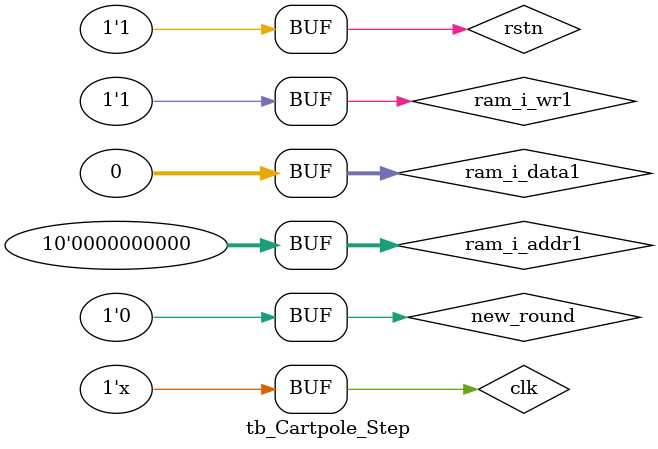
<source format=v>
`timescale 1ns / 1ps
`ifndef ONE // 1
`define ONE(WL) {{(WL-1){1'b0}}, 1'b1}
`endif

`ifndef ZERO // 0
`define ZERO(WL) {(WL){1'b0}}
`endif

`ifndef ALL1 // 111111
`define ALL1(WL) {(WL){1'b1}}
`endif

module tb_Cartpole_Step ();

    parameter DATA_WL = 32'd32;
    parameter ADDR_WL = 32'd32;
    parameter WEA_WL  = 32'd4;
    parameter ENV_NUM = 30'd64;
    parameter RAM_ADDR_WL = 10; // if RAM_ADDR_WL is 32, simulation will be very slow 

    reg        clk = 0;
    reg        rstn;
    reg [63:0] clk_cnt;

    reg new_round; // a new round of compute is started

    // cliffwalking_step ports
        wire [DATA_WL-1:0] uut_i_data;
        wire [DATA_WL-1:0] uut_o_data;
        wire [ADDR_WL-1:0] uut_o_addr;
        wire               uut_o_en;
        wire [WEA_WL-1:0]  uut_o_wea;
        wire               uut_o_rstb;

    // BRAM ports
        reg                    ram_i_wr1;
        reg  [RAM_ADDR_WL-1:0] ram_i_addr1;
        reg  [DATA_WL-1:0]     ram_i_data1;
        wire [DATA_WL-1:0]     ram_o_data1;
        wire                   ram_i_wr2;
        wire [RAM_ADDR_WL-1:0] ram_i_addr2;
        wire [DATA_WL-1:0]     ram_i_data2;
        wire [DATA_WL-1:0]     ram_o_data2;

    always #5 clk = !clk;

    initial begin
        rstn = 1;
        #10 rstn = 0;
        #10 rstn = 1;
    //  #10000 $finish;
    end

    always @(posedge clk or negedge rstn) begin
        if (rstn == 1'b0) begin
            clk_cnt <= 64'b0;
        end else begin
            clk_cnt <= clk_cnt + 1'b1;
        end
    end
    initial begin // write initial data
        #0  ram_i_wr1 = 1'b1; ram_i_addr1 = 32'd0; ram_i_data1 = 32'd0; new_round = 1'b0;
        // round 0:
            // GT: [x ẋ θ ω rwd done] = [ 2.45968297e-02 -1.84701249e-01 -1.97765249e-02  2.44075819e-01 1 False]
            #20 ram_i_wr1 = 1'b0; ram_i_addr1 = 32'd0; ram_i_data1 = 32'h3cc7d5cf; // x0:0.024393944069743156
            #10 ram_i_wr1 = 1'b0; ram_i_addr1 = 32'd1; ram_i_data1 = 32'h3c263435; // ẋ0:0.010144283063709736
            #10 ram_i_wr1 = 1'b0; ram_i_addr1 = 32'd2; ram_i_data1 = 32'hbc9b0897; // θ0:-0.01892499439418316
            #10 ram_i_wr1 = 1'b0; ram_i_addr1 = 32'd3; ram_i_data1 = 32'hbd2e64b9; // ω0:-0.04257652536034584

            // GT: [x ẋ θ ω rwd done] = [-7.52122276e-03  2.09290121e-01 -1.67155253e-02 -3.47115657e-01 1 False]
            #10 ram_i_wr1 = 1'b0; ram_i_addr1 = 32'd4; ram_i_data1 = 32'hbbff9862; // x1:-0.007800147868692875
            #10 ram_i_wr1 = 1'b0; ram_i_addr1 = 32'd5; ram_i_data1 = 32'h3c647ed6; // ẋ1:0.013946255668997765
            #10 ram_i_wr1 = 1'b0; ram_i_addr1 = 32'd6; ram_i_data1 = 32'hbc80d245; // θ1:-0.015725264325737953
            #10 ram_i_wr1 = 1'b0; ram_i_addr1 = 32'd7; ram_i_data1 = 32'hbd4ace32; // ω1:-0.04951304942369461

            // GT: [x ẋ θ ω rwd done] = [ 1.21383196e-02  2.38116957e-01  3.80678753e-02 -2.75183985e-01 1 False]
            #10 ram_i_wr1 = 1'b0; ram_i_addr1 = 32'd8; ram_i_data1 = 32'h3c3899c6; // x2:0.011267131194472313
            #10 ram_i_wr1 = 1'b0; ram_i_addr1 = 32'd9; ram_i_data1 = 32'h3d326b5d; // ẋ2:0.043559420853853226
            #10 ram_i_wr1 = 1'b0; ram_i_addr1 = 32'd10; ram_i_data1 = 32'h3d1b7e40; // θ2:0.03796219825744629
            #10 ram_i_wr1 = 1'b0; ram_i_addr1 = 32'd11; ram_i_data1 = 32'h3bad2429; // ω2:0.005283851642161608

            // GT: [x ẋ θ ω rwd done] = [ 4.14016392e-03  2.18427125e-01 -2.83868017e-02 -3.02147126e-01 1 False]
            #10 ram_i_wr1 = 1'b0; ram_i_addr1 = 32'd12; ram_i_data1 = 32'h3b714d1c; // x3:0.0036819642409682274
            #10 ram_i_wr1 = 1'b0; ram_i_addr1 = 32'd13; ram_i_data1 = 32'h3cbbadb8; // ẋ3:0.0229099839925766
            #10 ram_i_wr1 = 1'b0; ram_i_addr1 = 32'd14; ram_i_data1 = 32'hbce8703b; // θ3:-0.028373828157782555
            #10 ram_i_wr1 = 1'b0; ram_i_addr1 = 32'd15; ram_i_data1 = 32'hba2a0bd4; // ω3:-0.000648674787953496

            // GT: [x ẋ θ ω rwd done] = [ 4.27164425e-02  2.43597451e-01  4.38688906e-02 -3.01575043e-01 1 False]
            #10 ram_i_wr1 = 1'b0; ram_i_addr1 = 32'd16; ram_i_data1 = 32'h3d2af0ee; // x4:0.041733674705028534
            #10 ram_i_wr1 = 1'b0; ram_i_addr1 = 32'd17; ram_i_data1 = 32'h3d494556; // ẋ4:0.0491383895277977
            #10 ram_i_wr1 = 1'b0; ram_i_addr1 = 32'd18; ram_i_data1 = 32'h3d359676; // θ4:0.044332943856716156
            #10 ram_i_wr1 = 1'b0; ram_i_addr1 = 32'd19; ram_i_data1 = 32'hbcbe1384; // ω4:-0.023202665150165558

            // GT: [x ẋ θ ω rwd done] = [ 3.32505038e-02  1.80424502e-01 -3.94838271e-02 -3.38872282e-01 1 False]
            #10 ram_i_wr1 = 1'b0; ram_i_addr1 = 32'd20; ram_i_data1 = 32'h3d09711d; // x5:0.03355513885617256
            #10 ram_i_wr1 = 1'b0; ram_i_addr1 = 32'd21; ram_i_data1 = 32'hbc798e98; // ẋ5:-0.015231750905513763
            #10 ram_i_wr1 = 1'b0; ram_i_addr1 = 32'd22; ram_i_data1 = 32'hbd1eec79; // θ5:-0.03879973664879799
            #10 ram_i_wr1 = 1'b0; ram_i_addr1 = 32'd23; ram_i_data1 = 32'hbd0c1a0b; // ω5:-0.034204524010419846

            // GT: [x ẋ θ ω rwd done] = [-1.66065985e-02 -2.21954213e-01 -7.14693476e-03  2.68819218e-01 1 False]
            #10 ram_i_wr1 = 1'b0; ram_i_addr1 = 32'd24; ram_i_data1 = 32'hbc83a112; // x6:-0.01606801524758339
            #10 ram_i_wr1 = 1'b0; ram_i_addr1 = 32'd25; ram_i_data1 = 32'hbcdc9a8b; // ẋ6:-0.026929160580039024
            #10 ram_i_wr1 = 1'b0; ram_i_addr1 = 32'd26; ram_i_data1 = 32'hbbdbf1bc; // θ6:-0.006712166592478752
            #10 ram_i_wr1 = 1'b0; ram_i_addr1 = 32'd27; ram_i_data1 = 32'hbcb214bf; // ω6:-0.021738408133387566

            // GT: [x ẋ θ ω rwd done] = [ 2.01825430e-04  1.76409164e-01 -3.81879958e-02 -3.45557076e-01 1 False]
            #10 ram_i_wr1 = 1'b0; ram_i_addr1 = 32'd28; ram_i_data1 = 32'h3a19b7c2; // x7:0.0005863868864253163
            #10 ram_i_wr1 = 1'b0; ram_i_addr1 = 32'd29; ram_i_data1 = 32'hbc9d8431; // ẋ7:-0.019228072836995125
            #10 ram_i_wr1 = 1'b0; ram_i_addr1 = 32'd30; ram_i_data1 = 32'hbd190862; // θ7:-0.0373615100979805
            #10 ram_i_wr1 = 1'b0; ram_i_addr1 = 32'd31; ram_i_data1 = 32'hbd2943a7; // ω7:-0.04132428392767906

            // GT: [x ẋ θ ω rwd done] = [ 4.52012147e-02 -1.93295660e-01  1.36948387e-02  2.69075353e-01 1 False]
            #10 ram_i_wr1 = 1'b0; ram_i_addr1 = 32'd32; ram_i_data1 = 32'h3d38fa62; // x8:0.04516065865755081
            #10 ram_i_wr1 = 1'b0; ram_i_addr1 = 32'd33; ram_i_data1 = 32'h3b04e4e6; // ẋ8:0.0020278035663068295
            #10 ram_i_wr1 = 1'b0; ram_i_addr1 = 32'd34; ram_i_data1 = 32'h3c69931b; // θ8:0.014256264083087444
            #10 ram_i_wr1 = 1'b0; ram_i_addr1 = 32'd35; ram_i_data1 = 32'hbce5f5b8; // ω8:-0.028071269392967224

            // GT: [x ẋ θ ω rwd done] = [ 3.65642757e-02  2.14842034e-01  4.69013805e-02 -2.39105913e-01 1 False]
            #10 ram_i_wr1 = 1'b0; ram_i_addr1 = 32'd36; ram_i_data1 = 32'h3d141860; // x9:0.0361560583114624
            #10 ram_i_wr1 = 1'b0; ram_i_addr1 = 32'd37; ram_i_data1 = 32'h3ca734b2; // ẋ9:0.020410869270563126
            #10 ram_i_wr1 = 1'b0; ram_i_addr1 = 32'd38; ram_i_data1 = 32'h3d3cf09d; // θ9:0.04612790420651436
            #10 ram_i_wr1 = 1'b0; ram_i_addr1 = 32'd39; ram_i_data1 = 32'h3d1e686f; // ω9:0.03867381438612938

            // GT: [x ẋ θ ω rwd done] = [ 2.40917016e-02  1.61051125e-01  4.28650223e-02 -2.66705328e-01 1 False]
            #10 ram_i_wr1 = 1'b0; ram_i_addr1 = 32'd40; ram_i_data1 = 32'h3ccad64e; // x10:0.02476039156317711
            #10 ram_i_wr1 = 1'b0; ram_i_addr1 = 32'd41; ram_i_data1 = 32'hbd08f29d; // ẋ10:-0.03343449905514717
            #10 ram_i_wr1 = 1'b0; ram_i_addr1 = 32'd42; ram_i_data1 = 32'h3d2e92b8; // θ10:0.04262039065361023
            #10 ram_i_wr1 = 1'b0; ram_i_addr1 = 32'd43; ram_i_data1 = 32'h3c4866fc; // ω10:0.012231584638357162

            // GT: [x ẋ θ ω rwd done] = [ 1.49850140e-02  1.60885084e-01  4.32552395e-03 -2.58914375e-01 1 False]
            #10 ram_i_wr1 = 1'b0; ram_i_addr1 = 32'd44; ram_i_data1 = 32'h3c805ba2; // x11:0.01566869392991066
            #10 ram_i_wr1 = 1'b0; ram_i_addr1 = 32'd45; ram_i_data1 = 32'hbd0c0485; // ẋ11:-0.03418399766087532
            #10 ram_i_wr1 = 1'b0; ram_i_addr1 = 32'd46; ram_i_data1 = 32'h3b70bd0e; // θ11:0.00367337791249156
            #10 ram_i_wr1 = 1'b0; ram_i_addr1 = 32'd47; ram_i_data1 = 32'h3d058f3c; // ω11:0.032607302069664

            // GT: [x ẋ θ ω rwd done] = [-1.70697552e-02 -2.09199943e-01 -1.93572310e-02  3.10573655e-01 1 False]
            #10 ram_i_wr1 = 1'b0; ram_i_addr1 = 32'd48; ram_i_data1 = 32'hbc897b3b; // x12:-0.01678239367902279
            #10 ram_i_wr1 = 1'b0; ram_i_addr1 = 32'd49; ram_i_data1 = 32'hbc6b6812; // ẋ12:-0.014368074014782906
            #10 ram_i_wr1 = 1'b0; ram_i_addr1 = 32'd50; ram_i_data1 = 32'hbca28ac4; // θ12:-0.01984155923128128
            #10 ram_i_wr1 = 1'b0; ram_i_addr1 = 32'd51; ram_i_data1 = 32'h3cc66180; // ω12:0.024216413497924805

            // GT: [x ẋ θ ω rwd done] = [ 1.63754971e-02  2.01376285e-01 -3.63546563e-02 -3.09498463e-01 1 False]
            #10 ram_i_wr1 = 1'b0; ram_i_addr1 = 32'd52; ram_i_data1 = 32'h3c853493; // x13:0.0162604209035635
            #10 ram_i_wr1 = 1'b0; ram_i_addr1 = 32'd53; ram_i_data1 = 32'h3bbc8a78; // ẋ13:0.005753811448812485
            #10 ram_i_wr1 = 1'b0; ram_i_addr1 = 32'd54; ram_i_data1 = 32'hbd147316; // θ13:-0.036242567002773285
            #10 ram_i_wr1 = 1'b0; ram_i_addr1 = 32'd55; ram_i_data1 = 32'hbbb7a5ac; // ω13:-0.005604466423392296

            // GT: [x ẋ θ ω rwd done] = [-2.36793279e-02  1.71902542e-01 -3.60718238e-02 -3.08068788e-01 1 False]
            #10 ram_i_wr1 = 1'b0; ram_i_addr1 = 32'd56; ram_i_data1 = 32'hbcbe1868; // x14:-0.023204997181892395
            #10 ram_i_wr1 = 1'b0; ram_i_addr1 = 32'd57; ram_i_data1 = 32'hbcc2492f; // ẋ14:-0.023716537281870842
            #10 ram_i_wr1 = 1'b0; ram_i_addr1 = 32'd58; ram_i_data1 = 32'hbd1366df; // θ14:-0.035986777395009995
            #10 ram_i_wr1 = 1'b0; ram_i_addr1 = 32'd59; ram_i_data1 = 32'hbb8b570f; // ω14:-0.004252321552485228

            // GT: [x ẋ θ ω rwd done] = [ 4.85936865e-02 -1.79659043e-01 -3.34734520e-03  3.37686191e-01 1 False]
            #10 ram_i_wr1 = 1'b0; ram_i_addr1 = 32'd60; ram_i_data1 = 32'h3d45c72f; // x15:0.04828565940260887
            #10 ram_i_wr1 = 1'b0; ram_i_addr1 = 32'd61; ram_i_data1 = 32'h3c7c55f7; // ẋ15:0.015401354990899563
            #10 ram_i_wr1 = 1'b0; ram_i_addr1 = 32'd62; ram_i_data1 = 32'hbb8c10a3; // θ15:-0.004274444188922644
            #10 ram_i_wr1 = 1'b0; ram_i_addr1 = 32'd63; ram_i_data1 = 32'h3d3ddeb0; // ω15:0.04635494947433472

            // GT: [x ẋ θ ω rwd done] = [-2.20233473e-02  2.13874980e-01  2.48910051e-02 -3.09435606e-01 1 False]
            #10 ram_i_wr1 = 1'b0; ram_i_addr1 = 32'd64; ram_i_data1 = 32'hbcb78c84; // x16:-0.022405870258808136
            #10 ram_i_wr1 = 1'b0; ram_i_addr1 = 32'd65; ram_i_data1 = 32'h3c9cae70; // ẋ16:0.019126147031784058
            #10 ram_i_wr1 = 1'b0; ram_i_addr1 = 32'd66; ram_i_data1 = 32'h3ccffb57; // θ16:0.025388402864336967
            #10 ram_i_wr1 = 1'b0; ram_i_addr1 = 32'd67; ram_i_data1 = 32'hbccbbbef; // ω16:-0.02486988715827465

            // GT: [x ẋ θ ω rwd done] = [-1.59368421e-02 -2.04884036e-01  1.89516897e-02  2.71326174e-01 1 False]
            #10 ram_i_wr1 = 1'b0; ram_i_addr1 = 32'd68; ram_i_data1 = 32'hbc810007; // x17:-0.015747083351016045
            #10 ram_i_wr1 = 1'b0; ram_i_addr1 = 32'd69; ram_i_data1 = 32'hbc1b734d; // ẋ17:-0.009487939067184925
            #10 ram_i_wr1 = 1'b0; ram_i_addr1 = 32'd70; ram_i_data1 = 32'h3c9fbfb4; // θ17:0.01950059086084366
            #10 ram_i_wr1 = 1'b0; ram_i_addr1 = 32'd71; ram_i_data1 = 32'hbce0d474; // ω17:-0.027445055544376373

            // GT: [x ẋ θ ω rwd done] = [-2.06740928e-03  1.62173306e-01  7.27320669e-03 -2.73395325e-01 1 False]
            #10 ram_i_wr1 = 1'b0; ram_i_addr1 = 32'd72; ram_i_data1 = 32'hbab8de73; // x18:-0.0014104380970820785
            #10 ram_i_wr1 = 1'b0; ram_i_addr1 = 32'd73; ram_i_data1 = 32'hbd068c36; // ẋ18:-0.03284855931997299
            #10 ram_i_wr1 = 1'b0; ram_i_addr1 = 32'd74; ram_i_data1 = 32'h3be32069; // θ18:0.006931353826075792
            #10 ram_i_wr1 = 1'b0; ram_i_addr1 = 32'd75; ram_i_data1 = 32'h3c8c05df; // ω18:0.017092643305659294

            // GT: [x ẋ θ ω rwd done] = [-3.99170692e-02 -2.33788748e-01  2.49436560e-02  3.30189513e-01 1 False]
            #10 ram_i_wr1 = 1'b0; ram_i_addr1 = 32'd76; ram_i_data1 = 32'hbd205c52; // x19:-0.03915054351091385
            #10 ram_i_wr1 = 1'b0; ram_i_addr1 = 32'd77; ram_i_data1 = 32'hbd1cfc06; // ẋ19:-0.038326285779476166
            #10 ram_i_wr1 = 1'b0; ram_i_addr1 = 32'd78; ram_i_data1 = 32'h3cc76f74; // θ19:0.024345137178897858
            #10 ram_i_wr1 = 1'b0; ram_i_addr1 = 32'd79; ram_i_data1 = 32'h3cf5273e; // ω19:0.029925938695669174

            // GT: [x ẋ θ ω rwd done] = [-2.45208194e-02 -2.32501283e-01  4.45679783e-02  3.55714347e-01 1 False]
            #10 ram_i_wr1 = 1'b0; ram_i_addr1 = 32'd80; ram_i_data1 = 32'hbcc2d91e; // x20:-0.023785170167684555
            #10 ram_i_wr1 = 1'b0; ram_i_addr1 = 32'd81; ram_i_data1 = 32'hbd16a935; // ẋ20:-0.036782462149858475
            #10 ram_i_wr1 = 1'b0; ram_i_addr1 = 32'd82; ram_i_data1 = 32'h3d327c91; // θ20:0.04357582703232765
            #10 ram_i_wr1 = 1'b0; ram_i_addr1 = 32'd83; ram_i_data1 = 32'h3d4b314d; // ω20:0.04960756376385689

            // GT: [x ẋ θ ω rwd done] = [-6.16776894e-04 -2.22087176e-01 -4.44923986e-02  2.69446864e-01 1 False]
            #10 ram_i_wr1 = 1'b0; ram_i_addr1 = 32'd84; ram_i_data1 = 32'hb886adef; // x21:-6.42201557639055e-05
            #10 ram_i_wr1 = 1'b0; ram_i_addr1 = 32'd85; ram_i_data1 = 32'hbce253c6; // ẋ21:-0.027627836912870407
            #10 ram_i_wr1 = 1'b0; ram_i_addr1 = 32'd86; ram_i_data1 = 32'hbd358259; // θ21:-0.044313762336969376
            #10 ram_i_wr1 = 1'b0; ram_i_addr1 = 32'd87; ram_i_data1 = 32'hbc1256bd; // ω21:-0.008931812830269337

            // GT: [x ẋ θ ω rwd done] = [ 1.79011542e-02 -1.84988774e-01 -4.44535178e-02  2.76865726e-01 1 False]
            #10 ram_i_wr1 = 1'b0; ram_i_addr1 = 32'd88; ram_i_data1 = 32'h3c91184a; // x22:0.017711777240037918
            #10 ram_i_wr1 = 1'b0; ram_i_addr1 = 32'd89; ram_i_data1 = 32'h3c1b233b; // ẋ22:0.009468848817050457
            #10 ram_i_wr1 = 1'b0; ram_i_addr1 = 32'd90; ram_i_data1 = 32'hbd35f5ed; // θ22:-0.04442398622632027
            #10 ram_i_wr1 = 1'b0; ram_i_addr1 = 32'd91; ram_i_data1 = 32'hbac189c4; // ω22:-0.0014765788801014423

            // GT: [x ẋ θ ω rwd done] = [ 4.82387303e-02  1.84173658e-01  4.46704835e-03 -3.13848000e-01 1 False]
            #10 ram_i_wr1 = 1'b0; ram_i_addr1 = 32'd92; ram_i_data1 = 32'h3d467a17; // x23:0.04845627769827843
            #10 ram_i_wr1 = 1'b0; ram_i_addr1 = 32'd93; ram_i_data1 = 32'hbc3236ff; // ẋ23:-0.010877369903028011
            #10 ram_i_wr1 = 1'b0; ram_i_addr1 = 32'd94; ram_i_data1 = 32'h3ba1446c; // θ23:0.004921486601233482
            #10 ram_i_wr1 = 1'b0; ram_i_addr1 = 32'd95; ram_i_data1 = 32'hbcba234e; // ω23:-0.02272191271185875

            // GT: [x ẋ θ ω rwd done] = [ 2.54273751e-02  2.23221821e-01 -1.15132855e-02 -3.05361062e-01 1 False]
            #10 ram_i_wr1 = 1'b0; ram_i_addr1 = 32'd96; ram_i_data1 = 32'h3ccbb937; // x24:0.024868590757250786
            #10 ram_i_wr1 = 1'b0; ram_i_addr1 = 32'd97; ram_i_data1 = 32'h3ce4e0ca; // ẋ24:0.027939219027757645
            #10 ram_i_wr1 = 1'b0; ram_i_addr1 = 32'd98; ram_i_data1 = 32'hbc39a4c7; // θ24:-0.011330789886415005
            #10 ram_i_wr1 = 1'b0; ram_i_addr1 = 32'd99; ram_i_data1 = 32'hbc15801c; // ω24:-0.00912478193640709

            // GT: [x ẋ θ ω rwd done] = [-4.64653667e-02 -1.85521915e-01 -3.82031265e-02  2.99436245e-01 1 False]
            #10 ram_i_wr1 = 1'b0; ram_i_addr1 = 32'd100; ram_i_data1 = 32'hbd3f0fc2; // x25:-0.046645887196063995
            #10 ram_i_wr1 = 1'b0; ram_i_addr1 = 32'd101; ram_i_data1 = 32'h3c13e1e6; // ẋ25:0.009026026353240013
            #10 ram_i_wr1 = 1'b0; ram_i_addr1 = 32'd102; ram_i_data1 = 32'hbd1e0cf9; // θ25:-0.03858659043908119
            #10 ram_i_wr1 = 1'b0; ram_i_addr1 = 32'd103; ram_i_data1 = 32'h3c9d111d; // ω25:0.01917319931089878

            // GT: [x ẋ θ ω rwd done] = [-3.93535397e-02 -1.86125362e-01 -2.52916315e-02  2.34937343e-01 1 False]
            #10 ram_i_wr1 = 1'b0; ram_i_addr1 = 32'd104; ram_i_data1 = 32'hbd21e65f; // x26:-0.03952633962035179
            #10 ram_i_wr1 = 1'b0; ram_i_addr1 = 32'd105; ram_i_data1 = 32'h3c0d8ec4; // ẋ26:0.008639995008707047
            #10 ram_i_wr1 = 1'b0; ram_i_addr1 = 32'd106; ram_i_data1 = 32'hbcc6fff1; // θ26:-0.02429196424782276
            #10 ram_i_wr1 = 1'b0; ram_i_addr1 = 32'd107; ram_i_data1 = 32'hbd4cbb5b; // ω26:-0.04998336359858513

            // GT: [x ẋ θ ω rwd done] = [-4.20029853e-02  2.43569074e-01 -1.57352682e-03 -2.93147660e-01 1 False]
            #10 ram_i_wr1 = 1'b0; ram_i_addr1 = 32'd108; ram_i_data1 = 32'hbd3002dc; // x27:-0.042971476912498474
            #10 ram_i_wr1 = 1'b0; ram_i_addr1 = 32'd109; ram_i_data1 = 32'h3d4658db; // ẋ27:0.04842458292841911
            #10 ram_i_wr1 = 1'b0; ram_i_addr1 = 32'd110; ram_i_data1 = 32'hbace53f3; // θ27:-0.0015741571551188827
            #10 ram_i_wr1 = 1'b0; ram_i_addr1 = 32'd111; ram_i_data1 = 32'h38043120; // ω27:3.1517003662884235e-05

            // GT: [x ẋ θ ω rwd done] = [-4.79922035e-02 -1.93201290e-01 -2.94142951e-02  2.94206310e-01 1 False]
            #10 ram_i_wr1 = 1'b0; ram_i_addr1 = 32'd112; ram_i_data1 = 32'hbd44b295; // x28:-0.04802187159657478
            #10 ram_i_wr1 = 1'b0; ram_i_addr1 = 32'd113; ram_i_data1 = 32'h3ac26eba; // ẋ28:0.0014834024477750063
            #10 ram_i_wr1 = 1'b0; ram_i_addr1 = 32'd114; ram_i_data1 = 32'hbcf2c469; // θ28:-0.029634671285748482
            #10 ram_i_wr1 = 1'b0; ram_i_addr1 = 32'd115; ram_i_data1 = 32'h3c34883f; // ω28:0.011018811725080013

            // GT: [x ẋ θ ω rwd done] = [-1.28047467e-02  1.92377898e-01  4.69684762e-02 -3.26482694e-01 1 False]
            #10 ram_i_wr1 = 1'b0; ram_i_addr1 = 32'd116; ram_i_data1 = 32'hbc512126; // x29:-0.012764250859618187
            #10 ram_i_wr1 = 1'b0; ram_i_addr1 = 32'd117; ram_i_data1 = 32'hbb04b26a; // ẋ29:-0.002024794463068247
            #10 ram_i_wr1 = 1'b0; ram_i_addr1 = 32'd118; ram_i_data1 = 32'h3d446c10; // θ29:0.04795461893081665
            #10 ram_i_wr1 = 1'b0; ram_i_addr1 = 32'd119; ram_i_data1 = 32'hbd49f648; // ω29:-0.04930713772773743

            // GT: [x ẋ θ ω rwd done] = [ 3.76676784e-02 -2.12440435e-01 -2.99689161e-02  2.45922759e-01 1 False]
            #10 ram_i_wr1 = 1'b0; ram_i_addr1 = 32'd120; ram_i_data1 = 32'h3d1bbda8; // x30:0.03802266716957092
            #10 ram_i_wr1 = 1'b0; ram_i_addr1 = 32'd121; ram_i_data1 = 32'hbc916744; // ẋ30:-0.01774943619966507
            #10 ram_i_wr1 = 1'b0; ram_i_addr1 = 32'd122; ram_i_data1 = 32'hbcef60bb; // θ30:-0.029220929369330406
            #10 ram_i_wr1 = 1'b0; ram_i_addr1 = 32'd123; ram_i_data1 = 32'hbd19300c; // ω30:-0.03739933669567108

            // GT: [x ẋ θ ω rwd done] = [-2.51672529e-02  2.41922306e-01  2.01165886e-02 -3.01216710e-01 1 False]
            #10 ram_i_wr1 = 1'b0; ram_i_addr1 = 32'd124; ram_i_data1 = 32'hbcd5e308; // x31:-0.026109233498573303
            #10 ram_i_wr1 = 1'b0; ram_i_addr1 = 32'd125; ram_i_data1 = 32'h3d40eae9; // ẋ31:0.047099027782678604
            #10 ram_i_wr1 = 1'b0; ram_i_addr1 = 32'd126; ram_i_data1 = 32'h3ca74294; // θ31:0.020417489111423492
            #10 ram_i_wr1 = 1'b0; ram_i_addr1 = 32'd127; ram_i_data1 = 32'hbc767f6b; // ω31:-0.015045027248561382

            // GT: [x ẋ θ ω rwd done] = [ 4.61953346e-02 -1.63766152e-01 -2.89725055e-02  2.54613566e-01 1 False]
            #10 ram_i_wr1 = 1'b0; ram_i_addr1 = 32'd128; ram_i_data1 = 32'h3d3aae84; // x32:0.045576587319374084
            #10 ram_i_wr1 = 1'b0; ram_i_addr1 = 32'd129; ram_i_data1 = 32'h3cfd705a; // ẋ32:0.03093736246228218
            #10 ram_i_wr1 = 1'b0; ram_i_addr1 = 32'd130; ram_i_data1 = 32'hbce89857; // θ32:-0.028392953798174858
            #10 ram_i_wr1 = 1'b0; ram_i_addr1 = 32'd131; ram_i_data1 = 32'hbced6267; // ω32:-0.028977585956454277

            // GT: [x ẋ θ ω rwd done] = [ 2.89783238e-02 -2.27662227e-01  4.10845126e-02  3.03402337e-01 1 False]
            #10 ram_i_wr1 = 1'b0; ram_i_addr1 = 32'd132; ram_i_data1 = 32'h3cf2a118; // x33:0.029617831110954285
            #10 ram_i_wr1 = 1'b0; ram_i_addr1 = 32'd133; ram_i_data1 = 32'hbd02f89a; // ẋ33:-0.03197536617517471
            #10 ram_i_wr1 = 1'b0; ram_i_addr1 = 32'd134; ram_i_data1 = 32'h3d28717b; // θ33:0.04112384840846062
            #10 ram_i_wr1 = 1'b0; ram_i_addr1 = 32'd135; ram_i_data1 = 32'hbb00e53e; // ω33:-0.001966788899153471

            // GT: [x ẋ θ ω rwd done] = [-3.86777632e-02  1.95396623e-01  1.93065978e-02 -2.78260687e-01 1 False]
            #10 ram_i_wr1 = 1'b0; ram_i_addr1 = 32'd136; ram_i_data1 = 32'hbd1e7833; // x34:-0.03868884965777397
            #10 ram_i_wr1 = 1'b0; ram_i_addr1 = 32'd137; ram_i_data1 = 32'h3a11500b; // ẋ34:0.0005543238366954029
            #10 ram_i_wr1 = 1'b0; ram_i_addr1 = 32'd138; ram_i_data1 = 32'h3c9ccbce; // θ34:0.019140150398015976
            #10 ram_i_wr1 = 1'b0; ram_i_addr1 = 32'd139; ram_i_data1 = 32'h3c085a8b; // ω34:0.008322368375957012

            // GT: [x ẋ θ ω rwd done] = [-1.13488028e-02  2.04784337e-01  4.94315016e-02 -2.40233327e-01 1 False]
            #10 ram_i_wr1 = 1'b0; ram_i_addr1 = 32'd140; ram_i_data1 = 32'hbc3d582f; // x35:-0.011556669138371944
            #10 ram_i_wr1 = 1'b0; ram_i_addr1 = 32'd141; ram_i_data1 = 32'h3c2a48bb; // ẋ35:0.010393316857516766
            #10 ram_i_wr1 = 1'b0; ram_i_addr1 = 32'd142; ram_i_data1 = 32'h3d47771d; // θ35:0.048697579652071
            #10 ram_i_wr1 = 1'b0; ram_i_addr1 = 32'd143; ram_i_data1 = 32'h3d164ea6; // ω35:0.03669609874486923

            // GT: [x ẋ θ ω rwd done] = [-1.52961536e-02 -1.45126492e-01 -2.23412625e-02  3.03969356e-01 1 False]
            #10 ram_i_wr1 = 1'b0; ram_i_addr1 = 32'd144; ram_i_data1 = 32'hbc85715b; // x36:-0.016289403662085533
            #10 ram_i_wr1 = 1'b0; ram_i_addr1 = 32'd145; ram_i_data1 = 32'h3d4b6ae9; // ẋ36:0.049662504345178604
            #10 ram_i_wr1 = 1'b0; ram_i_addr1 = 32'd146; ram_i_data1 = 32'hbcba0e90; // θ36:-0.022712022066116333
            #10 ram_i_wr1 = 1'b0; ram_i_addr1 = 32'd147; ram_i_data1 = 32'h3c97dcf5; // ω36:0.01853797771036625

            // GT: [x ẋ θ ω rwd done] = [-5.63081868e-03  2.34898525e-01  3.93212214e-02 -3.07864690e-01 1 False]
            #10 ram_i_wr1 = 1'b0; ram_i_addr1 = 32'd148; ram_i_data1 = 32'hbbd2f7c8; // x37:-0.0064382292330265045
            #10 ram_i_wr1 = 1'b0; ram_i_addr1 = 32'd149; ram_i_data1 = 32'h3d255b91; // ẋ37:0.040370527654886246
            #10 ram_i_wr1 = 1'b0; ram_i_addr1 = 32'd150; ram_i_data1 = 32'h3d235b0e; // θ37:0.03988175839185715
            #10 ram_i_wr1 = 1'b0; ram_i_addr1 = 32'd151; ram_i_data1 = 32'hbce5988f; // ω37:-0.028026847168803215

            // GT: [x ẋ θ ω rwd done] = [-2.52995883e-02  1.68714755e-01  4.24432767e-02 -3.07150134e-01 1 False]
            #10 ram_i_wr1 = 1'b0; ram_i_addr1 = 32'd152; ram_i_data1 = 32'hbccb086d; // x38:-0.02478429116308689
            #10 ram_i_wr1 = 1'b0; ram_i_addr1 = 32'd153; ram_i_data1 = 32'hbcd310d1; // ẋ38:-0.02576485462486744
            #10 ram_i_wr1 = 1'b0; ram_i_addr1 = 32'd154; ram_i_data1 = 32'h3d302b5e; // θ38:0.043010108172893524
            #10 ram_i_wr1 = 1'b0; ram_i_addr1 = 32'd155; ram_i_data1 = 32'hbce82c96; // ω38:-0.028341572731733322

            // GT: [x ẋ θ ω rwd done] = [-1.62871418e-02  2.11161390e-01  1.54225646e-02 -3.09462094e-01 1 False]
            #10 ram_i_wr1 = 1'b0; ram_i_addr1 = 32'd156; ram_i_data1 = 32'hbc88170b; // x39:-0.016612550243735313
            #10 ram_i_wr1 = 1'b0; ram_i_addr1 = 32'd157; ram_i_data1 = 32'h3c85498c; // ẋ39:0.01627042144536972
            #10 ram_i_wr1 = 1'b0; ram_i_addr1 = 32'd158; ram_i_data1 = 32'h3c81eadc; // θ39:0.015859059989452362
            #10 ram_i_wr1 = 1'b0; ram_i_addr1 = 32'd159; ram_i_data1 = 32'hbcb2c9dd; // ω39:-0.021824771538376808

            // GT: [x ẋ θ ω rwd done] = [ 1.11452918e-02  2.40990715e-01 -3.33328015e-02 -3.06765845e-01 1 False]
            #10 ram_i_wr1 = 1'b0; ram_i_addr1 = 32'd160; ram_i_data1 = 32'h3c27b9a5; // x40:0.0102371321991086
            #10 ram_i_wr1 = 1'b0; ram_i_addr1 = 32'd161; ram_i_data1 = 32'h3d39fdb8; // ẋ40:0.0454079806804657
            #10 ram_i_wr1 = 1'b0; ram_i_addr1 = 32'd162; ram_i_data1 = 32'hbd0838be; // θ40:-0.03325723856687546
            #10 ram_i_wr1 = 1'b0; ram_i_addr1 = 32'd163; ram_i_data1 = 32'hbb779ac5; // ω40:-0.00377814588136971

            // GT: [x ẋ θ ω rwd done] = [-4.02697624e-02 -2.29856853e-01 -3.43310211e-03  3.23766177e-01 1 False]
            #10 ram_i_wr1 = 1'b0; ram_i_addr1 = 32'd164; ram_i_data1 = 32'hbd22183b; // x41:-0.03957388922572136
            #10 ram_i_wr1 = 1'b0; ram_i_addr1 = 32'd165; ram_i_data1 = 32'hbd0e83cb; // ẋ41:-0.034793656319379807
            #10 ram_i_wr1 = 1'b0; ram_i_addr1 = 32'd166; ram_i_data1 = 32'hbb85b652; // θ41:-0.004080572165548801
            #10 ram_i_wr1 = 1'b0; ram_i_addr1 = 32'd167; ram_i_data1 = 32'h3d049a14; // ω41:0.03237350285053253

            // GT: [x ẋ θ ω rwd done] = [-1.14364194e-02 -1.95143044e-01  2.56039523e-02  3.26045834e-01 1 False]
            #10 ram_i_wr1 = 1'b0; ram_i_addr1 = 32'd168; ram_i_data1 = 32'hbc3b7b78; // x42:-0.011443011462688446
            #10 ram_i_wr1 = 1'b0; ram_i_addr1 = 32'd169; ram_i_data1 = 32'h39accee2; // ẋ42:0.00032960536191239953
            #10 ram_i_wr1 = 1'b0; ram_i_addr1 = 32'd170; ram_i_data1 = 32'h3ccd8fa0; // θ42:0.025092899799346924
            #10 ram_i_wr1 = 1'b0; ram_i_addr1 = 32'd171; ram_i_data1 = 32'h3cd153be; // ω42:0.025552626699209213

            // GT: [x ẋ θ ω rwd done] = [-4.06721598e-02 -1.56904389e-01  4.12140613e-03  3.42547549e-01 1 False]
            #10 ram_i_wr1 = 1'b0; ram_i_addr1 = 32'd172; ram_i_data1 = 32'hbd29ba46; // x43:-0.041437409818172455
            #10 ram_i_wr1 = 1'b0; ram_i_addr1 = 32'd173; ram_i_data1 = 32'h3d1cb924; // ẋ43:0.0382625013589859
            #10 ram_i_wr1 = 1'b0; ram_i_addr1 = 32'd174; ram_i_data1 = 32'h3b4e0a36; // θ43:0.003143919166177511
            #10 ram_i_wr1 = 1'b0; ram_i_addr1 = 32'd175; ram_i_data1 = 32'h3d483078; // ω43:0.048874348402023315

            // GT: [x ẋ θ ω rwd done] = [ 1.14636199e-02 -1.60179260e-01  1.54257222e-02  2.63860911e-01 1 False]
            #10 ram_i_wr1 = 1'b0; ram_i_addr1 = 32'd176; ram_i_data1 = 32'h3c304ba5; // x44:0.010760222561657429
            #10 ram_i_wr1 = 1'b0; ram_i_addr1 = 32'd177; ram_i_data1 = 32'h3d100e47; // ẋ44:0.03516986593604088
            #10 ram_i_wr1 = 1'b0; ram_i_addr1 = 32'd178; ram_i_data1 = 32'h3c83ea3a; // θ44:0.016102898865938187
            #10 ram_i_wr1 = 1'b0; ram_i_addr1 = 32'd179; ram_i_data1 = 32'hbd0aaf90; // ω44:-0.03385883569717407

            // GT: [x ẋ θ ω rwd done] = [-4.26815348e-02  2.07009158e-01  8.53655215e-03 -3.37579252e-01 1 False]
            #10 ram_i_wr1 = 1'b0; ram_i_addr1 = 32'd180; ram_i_data1 = 32'hbd2fcf02; // x45:-0.04292202740907669
            #10 ram_i_wr1 = 1'b0; ram_i_addr1 = 32'd181; ram_i_data1 = 32'h3c4502f6; // ẋ45:0.012024631723761559
            #10 ram_i_wr1 = 1'b0; ram_i_addr1 = 32'd182; ram_i_data1 = 32'h3c1b8fa1; // θ45:0.009494693018496037
            #10 ram_i_wr1 = 1'b0; ram_i_addr1 = 32'd183; ram_i_data1 = 32'hbd443a2d; // ω45:-0.04790704324841499

            // GT: [x ẋ θ ω rwd done] = [-2.13552011e-03  2.25419206e-01 -4.38336696e-02 -3.23839855e-01 1 False]
            #10 ram_i_wr1 = 1'b0; ram_i_addr1 = 32'd184; ram_i_data1 = 32'hbb32e246; // x46:-0.002729551400989294
            #10 ram_i_wr1 = 1'b0; ram_i_addr1 = 32'd185; ram_i_data1 = 32'h3cf350b2; // ẋ46:0.029701564460992813
            #10 ram_i_wr1 = 1'b0; ram_i_addr1 = 32'd186; ram_i_data1 = 32'hbd32166f; // θ46:-0.04347842559218407
            #10 ram_i_wr1 = 1'b0; ram_i_addr1 = 32'd187; ram_i_data1 = 32'hbc91820a; // ω46:-0.0177622027695179

            // GT: [x ẋ θ ω rwd done] = [ 3.01440983e-04 -1.90033401e-01  5.56633759e-03  2.74050335e-01 1 False]
            #10 ram_i_wr1 = 1'b0; ram_i_addr1 = 32'd188; ram_i_data1 = 32'h394f9519; // x47:0.00019796601554844528
            #10 ram_i_wr1 = 1'b0; ram_i_addr1 = 32'd189; ram_i_data1 = 32'h3ba9888c; // ẋ47:0.005173748359084129
            #10 ram_i_wr1 = 1'b0; ram_i_addr1 = 32'd190; ram_i_data1 = 32'h3bc3d736; // θ47:0.005976582877337933
            #10 ram_i_wr1 = 1'b0; ram_i_addr1 = 32'd191; ram_i_data1 = 32'hbca80956; // ω47:-0.020512264221906662

            // GT: [x ẋ θ ω rwd done] = [ 2.96976459e-02 -2.09060345e-01  3.45576500e-02  2.94068528e-01 1 False]
            #10 ram_i_wr1 = 1'b0; ram_i_addr1 = 32'd192; ram_i_data1 = 32'h3cf57cf0; // x48:0.029966801404953003
            #10 ram_i_wr1 = 1'b0; ram_i_addr1 = 32'd193; ram_i_data1 = 32'hbc5c7dfe; // ẋ48:-0.013457773253321648
            #10 ram_i_wr1 = 1'b0; ram_i_addr1 = 32'd194; ram_i_data1 = 32'h3d0e50da; // θ48:0.034745074808597565
            #10 ram_i_wr1 = 1'b0; ram_i_addr1 = 32'd195; ram_i_data1 = 32'hbc1989d7; // ω48:-0.009371242485940456

            // GT: [x ẋ θ ω rwd done] = [ 1.31852734e-02  2.30830822e-01  2.23244424e-06 -2.71484599e-01 1 False]
            #10 ram_i_wr1 = 1'b0; ram_i_addr1 = 32'd196; ram_i_data1 = 32'h3c4c5414; // x49:0.012471217662096024
            #10 ram_i_wr1 = 1'b0; ram_i_addr1 = 32'd197; ram_i_data1 = 32'h3d123d16; // ẋ49:0.03570278733968735
            #10 ram_i_wr1 = 1'b0; ram_i_addr1 = 32'd198; ram_i_data1 = 32'hb9de8391; // θ49:-0.00042441164259798825
            #10 ram_i_wr1 = 1'b0; ram_i_addr1 = 32'd199; ram_i_data1 = 32'h3caec0e0; // ω49:0.021332204341888428

            // GT: [x ẋ θ ω rwd done] = [-1.09019819e-02 -1.45799389e-01 -3.75612995e-02  3.05728610e-01 1 False]
            #10 ram_i_wr1 = 1'b0; ram_i_addr1 = 32'd200; ram_i_data1 = 32'hbc429839; // x50:-0.01187711302191019
            #10 ram_i_wr1 = 1'b0; ram_i_addr1 = 32'd201; ram_i_data1 = 32'h3d47b4f4; // ẋ50:0.04875655472278595
            #10 ram_i_wr1 = 1'b0; ram_i_addr1 = 32'd202; ram_i_data1 = 32'hbd1bec5b; // θ50:-0.038067203015089035
            #10 ram_i_wr1 = 1'b0; ram_i_addr1 = 32'd203; ram_i_data1 = 32'h3ccf37d3; // ω50:0.02529517374932766

            // GT: [x ẋ θ ω rwd done] = [-4.61396270e-02  2.35191978e-01  3.74866764e-02 -2.44577413e-01 1 False]
            #10 ram_i_wr1 = 1'b0; ram_i_addr1 = 32'd204; ram_i_data1 = 32'hbd4050af; // x51:-0.04695194587111473
            #10 ram_i_wr1 = 1'b0; ram_i_addr1 = 32'd205; ram_i_data1 = 32'h3d265ce7; // ẋ51:0.04061594232916832
            #10 ram_i_wr1 = 1'b0; ram_i_addr1 = 32'd206; ram_i_data1 = 32'h3d1692b2; // θ51:0.03676099330186844
            #10 ram_i_wr1 = 1'b0; ram_i_addr1 = 32'd207; ram_i_data1 = 32'h3d149eb2; // ω51:0.036284156143665314

            // GT: [x ẋ θ ω rwd done] = [-2.23994621e-02  1.93811628e-01  2.27885508e-02 -3.21125986e-01 1 False]
            #10 ram_i_wr1 = 1'b0; ram_i_addr1 = 32'd208; ram_i_data1 = 32'hbcb75695; // x52:-0.022380152717232704
            #10 ram_i_wr1 = 1'b0; ram_i_addr1 = 32'd209; ram_i_data1 = 32'hba7d179a; // ẋ52:-0.0009654700988903642
            #10 ram_i_wr1 = 1'b0; ram_i_addr1 = 32'd210; ram_i_data1 = 32'h3cc092fa; // θ52:0.023507583886384964
            #10 ram_i_wr1 = 1'b0; ram_i_addr1 = 32'd211; ram_i_data1 = 32'hbd13420b; // ω52:-0.035951655358076096

            // GT: [x ẋ θ ω rwd done] = [ 3.90872176e-02 -1.70155274e-01 -3.74250590e-02  3.22923817e-01 1 False]
            #10 ram_i_wr1 = 1'b0; ram_i_addr1 = 32'd212; ram_i_data1 = 32'h3d1e1a44; // x53:0.03859926760196686
            #10 ram_i_wr1 = 1'b0; ram_i_addr1 = 32'd213; ram_i_data1 = 32'h3cc7dd43; // ẋ53:0.02439749799668789
            #10 ram_i_wr1 = 1'b0; ram_i_addr1 = 32'd214; ram_i_data1 = 32'hbd1cc78b; // θ53:-0.03827623650431633
            #10 ram_i_wr1 = 1'b0; ram_i_addr1 = 32'd215; ram_i_data1 = 32'h3d2e5237; // ω53:0.04255887493491173

            // GT: [x ẋ θ ω rwd done] = [ 3.06954530e-02  1.84204747e-01  3.01203442e-02 -2.96553138e-01 1 False]
            #10 ram_i_wr1 = 1'b0; ram_i_addr1 = 32'd216; ram_i_data1 = 32'h3cfd2c1c; // x54:0.030904822051525116
            #10 ram_i_wr1 = 1'b0; ram_i_addr1 = 32'd217; ram_i_data1 = 32'hbc2b83dd; // ẋ54:-0.010468450374901295
            #10 ram_i_wr1 = 1'b0; ram_i_addr1 = 32'd218; ram_i_data1 = 32'h3cf8f9e1; // θ54:0.030392589047551155
            #10 ram_i_wr1 = 1'b0; ram_i_addr1 = 32'd219; ram_i_data1 = 32'hbc5f05e3; // ω54:-0.013612243346869946

            // GT: [x ẋ θ ω rwd done] = [ 1.37163212e-02  1.92934123e-01  3.41725415e-04 -2.49606380e-01 1 False]
            #10 ram_i_wr1 = 1'b0; ram_i_addr1 = 32'd220; ram_i_data1 = 32'h3c617294; // x55:0.013760227710008621
            #10 ram_i_wr1 = 1'b0; ram_i_addr1 = 32'd221; ram_i_data1 = 32'hbb0fdf74; // ẋ55:-0.002195325680077076
            #10 ram_i_wr1 = 1'b0; ram_i_addr1 = 32'd222; ram_i_data1 = 32'hba092104; // θ55:-0.0005231054965406656
            #10 ram_i_wr1 = 1'b0; ram_i_addr1 = 32'd223; ram_i_data1 = 32'h3d311e0c; // ω55:0.04324154555797577

            // GT: [x ẋ θ ω rwd done] = [ 2.92933527e-02 -1.85661587e-01 -1.35891121e-02  2.78396703e-01 1 False]
            #10 ram_i_wr1 = 1'b0; ram_i_addr1 = 32'd224; ram_i_data1 = 32'h3cee73fa; // x56:0.029108036309480667
            #10 ram_i_wr1 = 1'b0; ram_i_addr1 = 32'd225; ram_i_data1 = 32'h3c17cfac; // ẋ56:0.009265821427106857
            #10 ram_i_wr1 = 1'b0; ram_i_addr1 = 32'd226; ram_i_data1 = 32'hbc5b5b50; // θ56:-0.013388469815254211
            #10 ram_i_wr1 = 1'b0; ram_i_addr1 = 32'd227; ram_i_data1 = 32'hbc245dba; // ω56:-0.010032111778855324

            // GT: [x ẋ θ ω rwd done] = [-1.04546861e-02 -2.12898669e-01  1.14778436e-02  2.66958836e-01 1 False]
            #10 ram_i_wr1 = 1'b0; ram_i_addr1 = 32'd228; ram_i_data1 = 32'hbc258541; // x57:-0.010102570988237858
            #10 ram_i_wr1 = 1'b0; ram_i_addr1 = 32'd229; ram_i_data1 = 32'hbc9039f1; // ẋ57:-0.017605753615498543
            #10 ram_i_wr1 = 1'b0; ram_i_addr1 = 32'd230; ram_i_data1 = 32'h3c45b8cd; // θ57:0.012067985720932484
            #10 ram_i_wr1 = 1'b0; ram_i_addr1 = 32'd231; ram_i_data1 = 32'hbcf1b8e4; // ω57:-0.0295071080327034

            // GT: [x ẋ θ ω rwd done] = [-1.52897447e-02 -1.63673940e-01  2.91643795e-02  3.51382465e-01 1 False]
            #10 ram_i_wr1 = 1'b0; ram_i_addr1 = 32'd232; ram_i_data1 = 32'hbc827866; // x58:-0.015926551073789597
            #10 ram_i_wr1 = 1'b0; ram_i_addr1 = 32'd233; ram_i_data1 = 32'h3d026afe; // ẋ58:0.03184031695127487
            #10 ram_i_wr1 = 1'b0; ram_i_addr1 = 32'd234; ram_i_data1 = 32'h3ce6bb2c; // θ58:0.02816542237997055
            #10 ram_i_wr1 = 1'b0; ram_i_addr1 = 32'd235; ram_i_data1 = 32'h3d4c9620; // ω58:0.04994785785675049

            // GT: [x ẋ θ ω rwd done] = [-2.48681653e-02 -1.86353850e-01 -3.75577082e-02  2.58900303e-01 1 False]
            #10 ram_i_wr1 = 1'b0; ram_i_addr1 = 32'd236; ram_i_data1 = 32'hbccd10f4; // x59:-0.025032497942447662
            #10 ram_i_wr1 = 1'b0; ram_i_addr1 = 32'd237; ram_i_data1 = 32'h3c069f0d; // ẋ59:0.008216631598770618
            #10 ram_i_wr1 = 1'b0; ram_i_addr1 = 32'd238; ram_i_data1 = 32'hbd180c06; // θ59:-0.037120841443538666
            #10 ram_i_wr1 = 1'b0; ram_i_addr1 = 32'd239; ram_i_data1 = 32'hbcb2f0cd; // ω59:-0.021843338385224342

            // GT: [x ẋ θ ω rwd done] = [-1.65185016e-02 -2.03333405e-01 -2.64389505e-02  2.57217378e-01 1 False]
            #10 ram_i_wr1 = 1'b0; ram_i_addr1 = 32'd240; ram_i_data1 = 32'hbc85e96d; // x60:-0.016346657648682594
            #10 ram_i_wr1 = 1'b0; ram_i_addr1 = 32'd241; ram_i_data1 = 32'hbc0cc64b; // ẋ60:-0.008592198602855206
            #10 ram_i_wr1 = 1'b0; ram_i_addr1 = 32'd242; ram_i_data1 = 32'hbcd42250; // θ60:-0.025895267724990845
            #10 ram_i_wr1 = 1'b0; ram_i_addr1 = 32'd243; ram_i_data1 = 32'hbcdeb146; // ω60:-0.0271841399371624

            // GT: [x ẋ θ ω rwd done] = [ 2.72261473e-02 -2.37509935e-01 -9.38578166e-03  3.36697649e-01 1 False]
            #10 ram_i_wr1 = 1'b0; ram_i_addr1 = 32'd244; ram_i_data1 = 32'h3ce60187; // x61:0.02807690016925335
            #10 ram_i_wr1 = 1'b0; ram_i_addr1 = 32'd245; ram_i_data1 = 32'hbd2e3bf4; // ẋ61:-0.04253764450550079
            #10 ram_i_wr1 = 1'b0; ram_i_addr1 = 32'd246; ram_i_data1 = 32'hbc2945fc; // θ61:-0.010331626981496811
            #10 ram_i_wr1 = 1'b0; ram_i_addr1 = 32'd247; ram_i_data1 = 32'h3d41b589; // ω61:0.04729226604104042

            // GT: [x ẋ θ ω rwd done] = [ 3.68387363e-02  1.66679177e-01 -4.03455113e-02 -2.95220115e-01 1 False]
            #10 ram_i_wr1 = 1'b0; ram_i_addr1 = 32'd248; ram_i_data1 = 32'h3d194464; // x62:0.03741873800754547
            #10 ram_i_wr1 = 1'b0; ram_i_addr1 = 32'd249; ram_i_data1 = 32'hbced9195; // ẋ62:-0.02900008298456669
            #10 ram_i_wr1 = 1'b0; ram_i_addr1 = 32'd250; ram_i_data1 = 32'hbd261284; // θ62:-0.04054500162601471
            #10 ram_i_wr1 = 1'b0; ram_i_addr1 = 32'd251; ram_i_data1 = 32'h3c236c27; // ω62:0.009974515996873379

            // GT: [x ẋ θ ω rwd done] = [ 1.04006133e-02  1.68064995e-01 -2.12939740e-02 -3.40345308e-01 1 False]
            #10 ram_i_wr1 = 1'b0; ram_i_addr1 = 32'd252; ram_i_data1 = 32'h3c335d26; // x63:0.01094750128686428
            #10 ram_i_wr1 = 1'b0; ram_i_addr1 = 32'd253; ram_i_data1 = 32'hbce0015c; // ẋ63:-0.027344398200511932
            #10 ram_i_wr1 = 1'b0; ram_i_addr1 = 32'd254; ram_i_data1 = 32'hbca7ad7d; // θ63:-0.020468467846512794
            #10 ram_i_wr1 = 1'b0; ram_i_addr1 = 32'd255; ram_i_data1 = 32'hbd29104c; // ω63:-0.04127530753612518

            #10 ram_i_wr1 = 1'b0; ram_i_addr1 = 32'd256; ram_i_data1 = 32'b10101001100001010110111010111110; // action31~0
            #10 ram_i_wr1 = 1'b0; ram_i_addr1 = 32'd257; ram_i_data1 = 32'b11000000110110100110000111101100; // action63~32

            #10 ram_i_wr1 = 1'b0; ram_i_addr1 = 32'd258; ram_i_data1 = 32'd1; new_round = 1'b1; // start flag
            #10 ram_i_wr1 = 1'b1; ram_i_addr1 = 32'd0;   ram_i_data1 = 32'd0; new_round = 1'b0;
        // round 1:
            #11000 ram_i_wr1 = 1'b0; ram_i_addr1 = 32'd256; ram_i_data1 = 32'b00111111111011011000010000110011; // action31~0
            #10    ram_i_wr1 = 1'b0; ram_i_addr1 = 32'd257; ram_i_data1 = 32'b00000010000010000101101011001100; // action63~32

            #10 ram_i_wr1 = 1'b0; ram_i_addr1 = 32'd258; ram_i_data1 = 32'd1; new_round = 1'b1; // start flag
            #10 ram_i_wr1 = 1'b1; ram_i_addr1 = 32'd0;   ram_i_data1 = 32'd0; new_round = 1'b0;
        // round 2:
            #6000 ram_i_wr1 = 1'b0; ram_i_addr1 = 32'd256; ram_i_data1 = 32'b00011011101111111001000011011001; // action31~0
            #10   ram_i_wr1 = 1'b0; ram_i_addr1 = 32'd257; ram_i_data1 = 32'b11111110100100000001000010111010; // action63~32

            #10 ram_i_wr1 = 1'b0; ram_i_addr1 = 32'd258; ram_i_data1 = 32'd1; new_round = 1'b1; // start flag
            #10 ram_i_wr1 = 1'b1; ram_i_addr1 = 32'd0;   ram_i_data1 = 32'd0; new_round = 1'b0;
        // round 3:
            #6000 ram_i_wr1 = 1'b0; ram_i_addr1 = 32'd256; ram_i_data1 = 32'b01100100111011000111010111001000; // action31~0
            #10   ram_i_wr1 = 1'b0; ram_i_addr1 = 32'd257; ram_i_data1 = 32'b00010010001100001110010010010000; // action63~32

            #10 ram_i_wr1 = 1'b0; ram_i_addr1 = 32'd258; ram_i_data1 = 32'd1; new_round = 1'b1; // start flag
            #10 ram_i_wr1 = 1'b1; ram_i_addr1 = 32'd0;   ram_i_data1 = 32'd0; new_round = 1'b0;
        // round 4:
            #6000 ram_i_wr1 = 1'b0; ram_i_addr1 = 32'd256; ram_i_data1 = 32'b11101100011001110101110010001010; // action31~0
            #10   ram_i_wr1 = 1'b0; ram_i_addr1 = 32'd257; ram_i_data1 = 32'b11111000100001111111000010110000; // action63~32

            #10 ram_i_wr1 = 1'b0; ram_i_addr1 = 32'd258; ram_i_data1 = 32'd1; new_round = 1'b1; // start flag
            #10 ram_i_wr1 = 1'b1; ram_i_addr1 = 32'd0;   ram_i_data1 = 32'd0; new_round = 1'b0;
        // round 5:
            #6000 ram_i_wr1 = 1'b0; ram_i_addr1 = 32'd256; ram_i_data1 = 32'b11000110111111101110001001111110; // action31~0
            #10   ram_i_wr1 = 1'b0; ram_i_addr1 = 32'd257; ram_i_data1 = 32'b01001011101111010000111110110001; // action63~32

            #10 ram_i_wr1 = 1'b0; ram_i_addr1 = 32'd258; ram_i_data1 = 32'd1; new_round = 1'b1; // start flag
            #10 ram_i_wr1 = 1'b1; ram_i_addr1 = 32'd0;   ram_i_data1 = 32'd0; new_round = 1'b0;
        // round 6:
            #6000 ram_i_wr1 = 1'b0; ram_i_addr1 = 32'd256; ram_i_data1 = 32'b10100101010011000000010011011001; // action31~0
            #10   ram_i_wr1 = 1'b0; ram_i_addr1 = 32'd257; ram_i_data1 = 32'b00000100111111000001000011101111; // action63~32

            #10 ram_i_wr1 = 1'b0; ram_i_addr1 = 32'd258; ram_i_data1 = 32'd1; new_round = 1'b1; // start flag
            #10 ram_i_wr1 = 1'b1; ram_i_addr1 = 32'd0;   ram_i_data1 = 32'd0; new_round = 1'b0;
        // round 7:
            #6000 ram_i_wr1 = 1'b0; ram_i_addr1 = 32'd256; ram_i_data1 = 32'b11110111101011101001110000101011; // action31~0
            #10   ram_i_wr1 = 1'b0; ram_i_addr1 = 32'd257; ram_i_data1 = 32'b10001000001111001110111011001111; // action63~32

            #10 ram_i_wr1 = 1'b0; ram_i_addr1 = 32'd258; ram_i_data1 = 32'd1; new_round = 1'b1; // start flag
            #10 ram_i_wr1 = 1'b1; ram_i_addr1 = 32'd0;   ram_i_data1 = 32'd0; new_round = 1'b0;
        // round 8:
            #6000 ram_i_wr1 = 1'b0; ram_i_addr1 = 32'd256; ram_i_data1 = 32'b00101001110010000111110111111111; // action31~0
            #10   ram_i_wr1 = 1'b0; ram_i_addr1 = 32'd257; ram_i_data1 = 32'b10001000001110111111100010110011; // action63~32

            #10 ram_i_wr1 = 1'b0; ram_i_addr1 = 32'd258; ram_i_data1 = 32'd1; new_round = 1'b1; // start flag
            #10 ram_i_wr1 = 1'b1; ram_i_addr1 = 32'd0;   ram_i_data1 = 32'd0; new_round = 1'b0;
        // round 9:
            #6000 ram_i_wr1 = 1'b0; ram_i_addr1 = 32'd256; ram_i_data1 = 32'b01111010010010100010001011011111; // action31~0
            #10   ram_i_wr1 = 1'b0; ram_i_addr1 = 32'd257; ram_i_data1 = 32'b10011001111001000000001011110011; // action63~32

            #10 ram_i_wr1 = 1'b0; ram_i_addr1 = 32'd258; ram_i_data1 = 32'd1; new_round = 1'b1; // start flag
            #10 ram_i_wr1 = 1'b1; ram_i_addr1 = 32'd0;   ram_i_data1 = 32'd0; new_round = 1'b0;
        // round 10:
            #6000 ram_i_wr1 = 1'b0; ram_i_addr1 = 32'd256; ram_i_data1 = 32'b01101100101000010111010010100110; // action31~0
            #10   ram_i_wr1 = 1'b0; ram_i_addr1 = 32'd257; ram_i_data1 = 32'b10100100000010110011000001111001; // action63~32

            #10 ram_i_wr1 = 1'b0; ram_i_addr1 = 32'd258; ram_i_data1 = 32'd1; new_round = 1'b1; // start flag
            #10 ram_i_wr1 = 1'b1; ram_i_addr1 = 32'd0;   ram_i_data1 = 32'd0; new_round = 1'b0;
        // round 11:
            #6000 ram_i_wr1 = 1'b0; ram_i_addr1 = 32'd256; ram_i_data1 = 32'b00100100011000011100100001101111; // action31~0
            #10   ram_i_wr1 = 1'b0; ram_i_addr1 = 32'd257; ram_i_data1 = 32'b11000101010001101100011000010100; // action63~32

            #10 ram_i_wr1 = 1'b0; ram_i_addr1 = 32'd258; ram_i_data1 = 32'd1; new_round = 1'b1; // start flag
            #10 ram_i_wr1 = 1'b1; ram_i_addr1 = 32'd0;   ram_i_data1 = 32'd0; new_round = 1'b0;
        // round 12:
            #6000 ram_i_wr1 = 1'b0; ram_i_addr1 = 32'd256; ram_i_data1 = 32'b01110010101110110011011001011011; // action31~0
            #10   ram_i_wr1 = 1'b0; ram_i_addr1 = 32'd257; ram_i_data1 = 32'b11011100110010010110000111011000; // action63~32

            #10 ram_i_wr1 = 1'b0; ram_i_addr1 = 32'd258; ram_i_data1 = 32'd1; new_round = 1'b1; // start flag
            #10 ram_i_wr1 = 1'b1; ram_i_addr1 = 32'd0;   ram_i_data1 = 32'd0; new_round = 1'b0;
        // round 13:
            #6000 ram_i_wr1 = 1'b0; ram_i_addr1 = 32'd256; ram_i_data1 = 32'b01111001010011101100011000001010; // action31~0
            #10   ram_i_wr1 = 1'b0; ram_i_addr1 = 32'd257; ram_i_data1 = 32'b01100110010010101111000101111010; // action63~32

            #10 ram_i_wr1 = 1'b0; ram_i_addr1 = 32'd258; ram_i_data1 = 32'd1; new_round = 1'b1; // start flag
            #10 ram_i_wr1 = 1'b1; ram_i_addr1 = 32'd0;   ram_i_data1 = 32'd0; new_round = 1'b0;
        // round 14:
            #6000 ram_i_wr1 = 1'b0; ram_i_addr1 = 32'd256; ram_i_data1 = 32'b10001010011100001111111001011101; // action31~0
            #10   ram_i_wr1 = 1'b0; ram_i_addr1 = 32'd257; ram_i_data1 = 32'b10011010010001101110011011001101; // action63~32

            #10 ram_i_wr1 = 1'b0; ram_i_addr1 = 32'd258; ram_i_data1 = 32'd1; new_round = 1'b1; // start flag
            #10 ram_i_wr1 = 1'b1; ram_i_addr1 = 32'd0;   ram_i_data1 = 32'd0; new_round = 1'b0;
        // round 15:
            #6000 ram_i_wr1 = 1'b0; ram_i_addr1 = 32'd256; ram_i_data1 = 32'b00111011000010110011111111010010; // action31~0
            #10   ram_i_wr1 = 1'b0; ram_i_addr1 = 32'd257; ram_i_data1 = 32'b01010111111000100101110110110101; // action63~32

            #10 ram_i_wr1 = 1'b0; ram_i_addr1 = 32'd258; ram_i_data1 = 32'd1; new_round = 1'b1; // start flag
            #10 ram_i_wr1 = 1'b1; ram_i_addr1 = 32'd0;   ram_i_data1 = 32'd0; new_round = 1'b0;
        // round 16:
            #6000 ram_i_wr1 = 1'b0; ram_i_addr1 = 32'd256; ram_i_data1 = 32'b01010011101110010100111100000010; // action31~0
            #10   ram_i_wr1 = 1'b0; ram_i_addr1 = 32'd257; ram_i_data1 = 32'b10110000110010110110001111100110; // action63~32

            #10 ram_i_wr1 = 1'b0; ram_i_addr1 = 32'd258; ram_i_data1 = 32'd1; new_round = 1'b1; // start flag
            #10 ram_i_wr1 = 1'b1; ram_i_addr1 = 32'd0;   ram_i_data1 = 32'd0; new_round = 1'b0;
        // round 17:
            #6000 ram_i_wr1 = 1'b0; ram_i_addr1 = 32'd256; ram_i_data1 = 32'b00101101110010101101101100001101; // action31~0
            #10   ram_i_wr1 = 1'b0; ram_i_addr1 = 32'd257; ram_i_data1 = 32'b11111110101110011011111001110000; // action63~32

            #10 ram_i_wr1 = 1'b0; ram_i_addr1 = 32'd258; ram_i_data1 = 32'd1; new_round = 1'b1; // start flag
            #10 ram_i_wr1 = 1'b1; ram_i_addr1 = 32'd0;   ram_i_data1 = 32'd0; new_round = 1'b0;
        // round 18:
            #6000 ram_i_wr1 = 1'b0; ram_i_addr1 = 32'd256; ram_i_data1 = 32'b01111001111110000111110101000110; // action31~0
            #10   ram_i_wr1 = 1'b0; ram_i_addr1 = 32'd257; ram_i_data1 = 32'b00111101000001001000100110000101; // action63~32

            #10 ram_i_wr1 = 1'b0; ram_i_addr1 = 32'd258; ram_i_data1 = 32'd1; new_round = 1'b1; // start flag
            #10 ram_i_wr1 = 1'b1; ram_i_addr1 = 32'd0;   ram_i_data1 = 32'd0; new_round = 1'b0;
        // round 19:
            #6000 ram_i_wr1 = 1'b0; ram_i_addr1 = 32'd256; ram_i_data1 = 32'b01010111010101011001010100000000; // action31~0
            #10   ram_i_wr1 = 1'b0; ram_i_addr1 = 32'd257; ram_i_data1 = 32'b11011011110101101101101010011010; // action63~32

            #10 ram_i_wr1 = 1'b0; ram_i_addr1 = 32'd258; ram_i_data1 = 32'd1; new_round = 1'b1; // start flag
            #10 ram_i_wr1 = 1'b1; ram_i_addr1 = 32'd0;   ram_i_data1 = 32'd0; new_round = 1'b0;
        // round 20:
            #6000 ram_i_wr1 = 1'b0; ram_i_addr1 = 32'd256; ram_i_data1 = 32'b10010001100010100011001111010110; // action31~0
            #10   ram_i_wr1 = 1'b0; ram_i_addr1 = 32'd257; ram_i_data1 = 32'b00000101001000101110011101111111; // action63~32

            #10 ram_i_wr1 = 1'b0; ram_i_addr1 = 32'd258; ram_i_data1 = 32'd1; new_round = 1'b1; // start flag
            #10 ram_i_wr1 = 1'b1; ram_i_addr1 = 32'd0;   ram_i_data1 = 32'd0; new_round = 1'b0;
        // round 21:
            #6000 ram_i_wr1 = 1'b0; ram_i_addr1 = 32'd256; ram_i_data1 = 32'b01110011100000100010011011110011; // action31~0
            #10   ram_i_wr1 = 1'b0; ram_i_addr1 = 32'd257; ram_i_data1 = 32'b10111010000000011000101011011100; // action63~32

            #10 ram_i_wr1 = 1'b0; ram_i_addr1 = 32'd258; ram_i_data1 = 32'd1; new_round = 1'b1; // start flag
            #10 ram_i_wr1 = 1'b1; ram_i_addr1 = 32'd0;   ram_i_data1 = 32'd0; new_round = 1'b0;
        // round 22:
            // GT: [x ẋ θ ω rwd done] = [ 4.15082413e-02 -1.69603141e-01 -1.29966353e-02  3.29435337e-01 1 False]
            #6000 ram_i_wr1 = 1'b0; ram_i_addr1 = 32'd0; ram_i_data1 = 32'h3d27f197; // x0:0.041001882404088974
            #10 ram_i_wr1 = 1'b0; ram_i_addr1 = 32'd1; ram_i_data1 = 32'h3ccf6793; // ẋ0:0.02531794272363186
            #10 ram_i_wr1 = 1'b0; ram_i_addr1 = 32'd2; ram_i_data1 = 32'hbc626b49; // θ0:-0.013819524087011814
            #10 ram_i_wr1 = 1'b0; ram_i_addr1 = 32'd3; ram_i_data1 = 32'h3d288713; // ω0:0.041144441813230515

            // GT: [x ẋ θ ω rwd done] = [-4.87845205e-02  1.67984043e-01  4.16376717e-02 -2.38164407e-01 1 False]
            #10 ram_i_wr1 = 1'b0; ram_i_addr1 = 32'd4; ram_i_data1 = 32'hbd45a5e9; // x1:-0.04825392737984657
            #10 ram_i_wr1 = 1'b0; ram_i_addr1 = 32'd5; ram_i_data1 = 32'hbcd954b8; // ẋ1:-0.02652965486049652
            #10 ram_i_wr1 = 1'b0; ram_i_addr1 = 32'd6; ram_i_data1 = 32'h3d2728b5; // θ1:0.04081030562520027
            #10 ram_i_wr1 = 1'b0; ram_i_addr1 = 32'd7; ram_i_data1 = 32'h3d2971d0; // ω1:0.041368305683135986

            // GT: [x ẋ θ ω rwd done] = [ 8.55685422e-03 -2.08928596e-01 -4.26862608e-02  3.20490349e-01 1 False]
            #10 ram_i_wr1 = 1'b0; ram_i_addr1 = 32'd8; ram_i_data1 = 32'h3c10eec8; // x2:0.008845992386341095
            #10 ram_i_wr1 = 1'b0; ram_i_addr1 = 32'd9; ram_i_data1 = 32'hbc6cdcab; // ẋ2:-0.014456908218562603
            #10 ram_i_wr1 = 1'b0; ram_i_addr1 = 32'd10; ram_i_data1 = 32'hbd324577; // θ2:-0.04352327808737755
            #10 ram_i_wr1 = 1'b0; ram_i_addr1 = 32'd11; ram_i_data1 = 32'h3d2b6bd0; // ω2:0.04185086488723755

            // GT: [x ẋ θ ω rwd done] = [ 1.46123675e-02  1.60832797e-01  1.82952944e-02 -2.76305836e-01 1 False]
            #10 ram_i_wr1 = 1'b0; ram_i_addr1 = 32'd12; ram_i_data1 = 32'h3c7a8ef4; // x3:0.015292871743440628
            #10 ram_i_wr1 = 1'b0; ram_i_addr1 = 32'd13; ram_i_data1 = 32'hbd0b5e06; // ẋ3:-0.03402521461248398
            #10 ram_i_wr1 = 1'b0; ram_i_addr1 = 32'd14; ram_i_data1 = 32'h3c9422b1; // θ3:0.01808294840157032
            #10 ram_i_wr1 = 1'b0; ram_i_addr1 = 32'd15; ram_i_data1 = 32'h3c2df42d; // ω3:0.010617298074066639

            // GT: [x ẋ θ ω rwd done] = [ 1.46391150e-02 -1.94100719e-01  6.91639503e-03  2.54397304e-01 1 False]
            #10 ram_i_wr1 = 1'b0; ram_i_addr1 = 32'd16; ram_i_data1 = 32'h3c6f7a01; // x4:0.014616490341722965
            #10 ram_i_wr1 = 1'b0; ram_i_addr1 = 32'd17; ram_i_data1 = 32'h3a9445cf; // ẋ4:0.0011312308488413692
            #10 ram_i_wr1 = 1'b0; ram_i_addr1 = 32'd18; ram_i_data1 = 32'h3bfd51b7; // θ4:0.007730688434094191
            #10 ram_i_wr1 = 1'b0; ram_i_addr1 = 32'd19; ram_i_data1 = 32'hbd26c46d; // ω4:-0.04071466997265816

            // GT: [x ẋ θ ω rwd done] = [-2.98888127e-02 -1.86658582e-01  1.21300510e-02  3.31470064e-01 1 False]
            #10 ram_i_wr1 = 1'b0; ram_i_addr1 = 32'd20; ram_i_data1 = 32'hbcf64328; // x5:-0.03006131947040558
            #10 ram_i_wr1 = 1'b0; ram_i_addr1 = 32'd21; ram_i_data1 = 32'h3c0d514d; // ẋ5:0.008625340647995472
            #10 ram_i_wr1 = 1'b0; ram_i_addr1 = 32'd22; ram_i_data1 = 32'h3c3b33fc; // θ5:0.011425968259572983
            #10 ram_i_wr1 = 1'b0; ram_i_addr1 = 32'd23; ram_i_data1 = 32'h3d103237; // ω5:0.03520413860678673

            // GT: [x ẋ θ ω rwd done] = [-1.23830219e-02 -1.68633932e-01 -4.63023361e-02  2.94978219e-01 1 False]
            #10 ram_i_wr1 = 1'b0; ram_i_addr1 = 32'd24; ram_i_data1 = 32'hbc535580; // x6:-0.012898802757263184
            #10 ram_i_wr1 = 1'b0; ram_i_addr1 = 32'd25; ram_i_data1 = 32'h3cd3438a; // ẋ6:0.025789041072130203
            #10 ram_i_wr1 = 1'b0; ram_i_addr1 = 32'd26; ram_i_data1 = 32'hbd3f13d1; // θ6:-0.0466497577726841
            #10 ram_i_wr1 = 1'b0; ram_i_addr1 = 32'd27; ram_i_data1 = 32'h3c8e4dce; // ω6:0.017371084541082382

            // GT: [x ẋ θ ω rwd done] = [ 3.45027432e-02 -1.98797964e-01 -2.37095227e-02  2.66080462e-01 1 False]
            #10 ram_i_wr1 = 1'b0; ram_i_addr1 = 32'd28; ram_i_data1 = 32'h3d0da704; // x7:0.03458310663700104
            #10 ram_i_wr1 = 1'b0; ram_i_addr1 = 32'd29; ram_i_data1 = 32'hbb83aadf; // ẋ7:-0.0040181721560657024
            #10 ram_i_wr1 = 1'b0; ram_i_addr1 = 32'd30; ram_i_data1 = 32'hbcbf172a; // θ7:-0.02332647517323494
            #10 ram_i_wr1 = 1'b0; ram_i_addr1 = 32'd31; ram_i_data1 = 32'hbc9ce573; // ω7:-0.019152378663420677

            // GT: [x ẋ θ ω rwd done] = [ 2.45376050e-02  1.62133327e-01 -4.49149313e-02 -3.14385324e-01 1 False]
            #10 ram_i_wr1 = 1'b0; ram_i_addr1 = 32'd32; ram_i_data1 = 32'h3cce846a; // x8:0.02520962432026863
            #10 ram_i_wr1 = 1'b0; ram_i_addr1 = 32'd33; ram_i_data1 = 32'hbd09a12b; // ẋ8:-0.03360096737742424
            #10 ram_i_wr1 = 1'b0; ram_i_addr1 = 32'd34; ram_i_data1 = 32'hbd37528b; // θ8:-0.0447564534842968
            #10 ram_i_wr1 = 1'b0; ram_i_addr1 = 32'd35; ram_i_data1 = 32'hbc01d334; // ω8:-0.00792388990521431

            // GT: [x ẋ θ ω rwd done] = [-1.15022126e-02  1.69110209e-01  2.48092889e-02 -2.49464189e-01 1 False]
            #10 ram_i_wr1 = 1'b0; ram_i_addr1 = 32'd36; ram_i_data1 = 32'hbc340b6d; // x9:-0.01098905224353075
            #10 ram_i_wr1 = 1'b0; ram_i_addr1 = 32'd37; ram_i_data1 = 32'hbcd230c3; // ẋ9:-0.02565801702439785
            #10 ram_i_wr1 = 1'b0; ram_i_addr1 = 32'd38; ram_i_data1 = 32'h3cc56b14; // θ9:0.02409891039133072
            #10 ram_i_wr1 = 1'b0; ram_i_addr1 = 32'd39; ram_i_data1 = 32'h3d117c4b; // ω9:0.03551892563700676

            // GT: [x ẋ θ ω rwd done] = [ 3.45050941e-02 -2.10614332e-01  4.20404818e-02  2.87584789e-01 1 False]
            #10 ram_i_wr1 = 1'b0; ram_i_addr1 = 32'd40; ram_i_data1 = 32'h3d0e8dea; // x10:0.03480330854654312
            #10 ram_i_wr1 = 1'b0; ram_i_addr1 = 32'd41; ram_i_data1 = 32'hbc744c1a; // ẋ10:-0.014910722151398659
            #10 ram_i_wr1 = 1'b0; ram_i_addr1 = 32'd42; ram_i_data1 = 32'h3d2dafb0; // θ10:0.04240387678146362
            #10 ram_i_wr1 = 1'b0; ram_i_addr1 = 32'd43; ram_i_data1 = 32'hbc94d8ba; // ω10:-0.018169749528169632

            // GT: [x ẋ θ ω rwd done] = [-1.46326654e-02 -1.65420265e-01  3.07623960e-02  2.85344595e-01 1 False]
            #10 ram_i_wr1 = 1'b0; ram_i_addr1 = 32'd44; ram_i_data1 = 32'hbc799da3; // x11:-0.015235337428748608
            #10 ram_i_wr1 = 1'b0; ram_i_addr1 = 32'd45; ram_i_data1 = 32'h3cf6dabf; // ẋ11:0.030133603140711784
            #10 ram_i_wr1 = 1'b0; ram_i_addr1 = 32'd46; ram_i_data1 = 32'h3cfec9e7; // θ11:0.0311021339148283
            #10 ram_i_wr1 = 1'b0; ram_i_addr1 = 32'd47; ram_i_data1 = 32'hbc8b281a; // ω11:-0.016986895352602005

            // GT: [x ẋ θ ω rwd done] = [-3.45792241e-02  1.50325119e-01  4.34060896e-02 -2.80260723e-01 1 False]
            #10 ram_i_wr1 = 1'b0; ram_i_addr1 = 32'd48; ram_i_data1 = 32'hbd0a0519; // x12:-0.03369626775383949
            #10 ram_i_wr1 = 1'b0; ram_i_addr1 = 32'd49; ram_i_data1 = 32'hbd34d458; // ẋ12:-0.04414781928062439
            #10 ram_i_wr1 = 1'b0; ram_i_addr1 = 32'd50; ram_i_data1 = 32'h3d31ebff; // θ12:0.04343795403838158
            #10 ram_i_wr1 = 1'b0; ram_i_addr1 = 32'd51; ram_i_data1 = 32'hbad0d3aa; // ω12:-0.0015932221431285143

            // GT: [x ẋ θ ω rwd done] = [-1.20261789e-02 -2.14567196e-01  1.91898908e-02  2.56108176e-01 1 False]
            #10 ram_i_wr1 = 1'b0; ram_i_addr1 = 32'd52; ram_i_data1 = 32'hbc3ec1e4; // x13:-0.011642906814813614
            #10 ram_i_wr1 = 1'b0; ram_i_addr1 = 32'd53; ram_i_data1 = 32'hbc9cfcff; // ẋ13:-0.01916360668838024
            #10 ram_i_wr1 = 1'b0; ram_i_addr1 = 32'd54; ram_i_data1 = 32'h3ca4389b; // θ13:0.020046522840857506
            #10 ram_i_wr1 = 1'b0; ram_i_addr1 = 32'd55; ram_i_data1 = 32'hbd2f7030; // ω13:-0.042831599712371826

            // GT: [x ẋ θ ω rwd done] = [ 2.98218372e-02 -1.51831764e-01 -3.57804018e-02  3.16972074e-01 1 False]
            #10 ram_i_wr1 = 1'b0; ram_i_addr1 = 32'd56; ram_i_data1 = 32'h3ced4bef; // x14:0.0289668720215559
            #10 ram_i_wr1 = 1'b0; ram_i_addr1 = 32'd57; ram_i_data1 = 32'h3d2f18cd; // ẋ14:0.042748261243104935
            #10 ram_i_wr1 = 1'b0; ram_i_addr1 = 32'd58; ram_i_data1 = 32'hbd1581fa; // θ14:-0.03650090843439102
            #10 ram_i_wr1 = 1'b0; ram_i_addr1 = 32'd59; ram_i_data1 = 32'h3d138f4c; // ω14:0.03602533042430878

            // GT: [x ẋ θ ω rwd done] = [-1.92142995e-02 -2.05240782e-01 -1.10234667e-02  3.30392906e-01 1 False]
            #10 ram_i_wr1 = 1'b0; ram_i_addr1 = 32'd60; ram_i_data1 = 32'hbc9bb7ae; // x15:-0.019008483737707138
            #10 ram_i_wr1 = 1'b0; ram_i_addr1 = 32'd61; ram_i_data1 = 32'hbc289ab1; // ẋ15:-0.010290787555277348
            #10 ram_i_wr1 = 1'b0; ram_i_addr1 = 32'd62; ram_i_data1 = 32'hbc4232ca; // θ15:-0.01185292936861515
            #10 ram_i_wr1 = 1'b0; ram_i_addr1 = 32'd63; ram_i_data1 = 32'h3d29dfbc; // ω15:0.041473135352134705

            // GT: [x ẋ θ ω rwd done] = [-2.62771592e-02 -2.44919382e-01  2.56883771e-03  3.06513055e-01 1 False]
            #10 ram_i_wr1 = 1'b0; ram_i_addr1 = 32'd64; ram_i_data1 = 32'hbccf1bed; // x16:-0.025281870737671852
            #10 ram_i_wr1 = 1'b0; ram_i_addr1 = 32'd65; ram_i_data1 = 32'hbd4bd5c8; // ẋ16:-0.049764424562454224
            #10 ram_i_wr1 = 1'b0; ram_i_addr1 = 32'd66; ram_i_data1 = 32'h3b172d3d; // θ16:0.0023067735601216555
            #10 ram_i_wr1 = 1'b0; ram_i_addr1 = 32'd67; ram_i_data1 = 32'h3c56aed6; // ω16:0.01310320757329464

            // GT: [x ẋ θ ω rwd done] = [ 3.73886842e-02 -1.53983932e-01 -2.29596233e-02  2.73062691e-01 1 False]
            #10 ram_i_wr1 = 1'b0; ram_i_addr1 = 32'd68; ram_i_data1 = 32'h3d15cd22; // x17:0.03657258301973343
            #10 ram_i_wr1 = 1'b0; ram_i_addr1 = 32'd69; ram_i_data1 = 32'h3d272334; // ẋ17:0.04080505669116974
            #10 ram_i_wr1 = 1'b0; ram_i_addr1 = 32'd70; ram_i_data1 = 32'hbcba0f0b; // θ17:-0.02271225117146969
            #10 ram_i_wr1 = 1'b0; ram_i_addr1 = 32'd71; ram_i_data1 = 32'hbc4aa5b2; // ω17:-0.01236860640347004

            // GT: [x ẋ θ ω rwd done] = [-3.70540255e-02 -2.06467099e-01 -6.69276999e-03  3.32412746e-01 1 False]
            #10 ram_i_wr1 = 1'b0; ram_i_addr1 = 32'd72; ram_i_data1 = 32'hbd16d5c1; // x18:-0.036824945360422134
            #10 ram_i_wr1 = 1'b0; ram_i_addr1 = 32'd73; ram_i_data1 = 32'hbc3ba994; // ẋ18:-0.011454004794359207
            #10 ram_i_wr1 = 1'b0; ram_i_addr1 = 32'd74; ram_i_data1 = 32'hbbf6e909; // θ18:-0.007535104174166918
            #10 ram_i_wr1 = 1'b0; ram_i_addr1 = 32'd75; ram_i_data1 = 32'h3d2c8292; // ω18:0.04211670905351639

            // GT: [x ẋ θ ω rwd done] = [ 3.39401449e-02 -2.34353824e-01  4.44611935e-02  3.29114235e-01 1 False]
            #10 ram_i_wr1 = 1'b0; ram_i_addr1 = 32'd76; ram_i_data1 = 32'h3d0e2ef0; // x19:0.03471273183822632
            #10 ram_i_wr1 = 1'b0; ram_i_addr1 = 32'd77; ram_i_data1 = 32'hbd1e39ce; // ẋ19:-0.03862934559583664
            #10 ram_i_wr1 = 1'b0; ram_i_addr1 = 32'd78; ram_i_data1 = 32'h3d343d23; // θ19:0.04400361701846123
            #10 ram_i_wr1 = 1'b0; ram_i_addr1 = 32'd79; ram_i_data1 = 32'h3cbb6c5e; // ω19:0.022878821939229965

            // GT: [x ẋ θ ω rwd done] = [ 3.12504574e-02 -1.68945263e-01 -3.26395036e-02  3.15099345e-01 1 False]
            #10 ram_i_wr1 = 1'b0; ram_i_addr1 = 32'd80; ram_i_data1 = 32'h3cfbcbb5; // x20:0.030736783519387245
            #10 ram_i_wr1 = 1'b0; ram_i_addr1 = 32'd81; ram_i_data1 = 32'h3cd2669d; // ẋ20:0.025683695450425148
            #10 ram_i_wr1 = 1'b0; ram_i_addr1 = 32'd82; ram_i_data1 = 32'hbd08674c; // θ20:-0.03330163657665253
            #10 ram_i_wr1 = 1'b0; ram_i_addr1 = 32'd83; ram_i_data1 = 32'h3d079ad6; // ω20:0.03310664743185043

            // GT: [x ẋ θ ω rwd done] = [-1.47410701e-04 -1.69080208e-01 -3.84307639e-02  2.86448743e-01 1 False]
            #10 ram_i_wr1 = 1'b0; ram_i_addr1 = 32'd84; ram_i_data1 = 32'hba2c2b6e; // x21:-0.0006567750824615359
            #10 ram_i_wr1 = 1'b0; ram_i_addr1 = 32'd85; ram_i_data1 = 32'h3cd0a2ba; // ẋ21:0.025468219071626663
            #10 ram_i_wr1 = 1'b0; ram_i_addr1 = 32'd86; ram_i_data1 = 32'hbd1deb14; // θ21:-0.03855426609516144
            #10 ram_i_wr1 = 1'b0; ram_i_addr1 = 32'd87; ram_i_data1 = 32'h3bca5893; // ω21:0.006175109650939703

            // GT: [x ẋ θ ω rwd done] = [-3.11665148e-03 -1.73243705e-01  1.38898577e-02  2.89199574e-01 1 False]
            #10 ram_i_wr1 = 1'b0; ram_i_addr1 = 32'd88; ram_i_data1 = 32'hbb693080; // x22:-0.0035581886768341064
            #10 ram_i_wr1 = 1'b0; ram_i_addr1 = 32'd89; ram_i_data1 = 32'h3cb4da88; // ẋ22:0.022076860070228577
            #10 ram_i_wr1 = 1'b0; ram_i_addr1 = 32'd90; ram_i_data1 = 32'h3c66277e; // θ22:0.014047501608729362
            #10 ram_i_wr1 = 1'b0; ram_i_addr1 = 32'd91; ram_i_data1 = 32'hbc012455; // ω22:-0.007882197387516499

            // GT: [x ẋ θ ω rwd done] = [ 4.61062784e-02 -1.75368350e-01  9.63815134e-03  2.68933605e-01 1 False]
            #10 ram_i_wr1 = 1'b0; ram_i_addr1 = 32'd92; ram_i_data1 = 32'h3d3b38a5; // x23:0.045708317309617996
            #10 ram_i_wr1 = 1'b0; ram_i_addr1 = 32'd93; ram_i_data1 = 32'h3ca30140; // ẋ23:0.019898056983947754
            #10 ram_i_wr1 = 1'b0; ram_i_addr1 = 32'd94; ram_i_data1 = 32'h3c26bd77; // θ23:0.010177007876336575
            #10 ram_i_wr1 = 1'b0; ram_i_addr1 = 32'd95; ram_i_data1 = 32'hbcdcb734; // ω23:-0.026942826807498932

            // GT: [x ẋ θ ω rwd done] = [-7.00449750e-04 -2.16868775e-01  4.25579802e-02  3.40111771e-01 1 False]
            #10 ram_i_wr1 = 1'b0; ram_i_addr1 = 32'd96; ram_i_data1 = 32'hb9913b0a; // x24:-0.0002770054270513356
            #10 ram_i_wr1 = 1'b0; ram_i_addr1 = 32'd97; ram_i_data1 = 32'hbcad715b; // ẋ24:-0.021172216162085533
            #10 ram_i_wr1 = 1'b0; ram_i_addr1 = 32'd98; ram_i_data1 = 32'h3d2b7d5e; // θ24:0.04186760634183884
            #10 ram_i_wr1 = 1'b0; ram_i_addr1 = 32'd99; ram_i_data1 = 32'h3d0d6379; // ω24:0.03451869264245033

            // GT: [x ẋ θ ω rwd done] = [ 3.30424143e-02  2.08337784e-01  2.93333174e-02 -3.01368440e-01 1 False]
            #10 ram_i_wr1 = 1'b0; ram_i_addr1 = 32'd100; ram_i_data1 = 32'h3d063923; // x25:0.0327693335711956
            #10 ram_i_wr1 = 1'b0; ram_i_addr1 = 32'd101; ram_i_data1 = 32'h3c5fb52d; // ẋ25:0.01365403551608324
            #10 ram_i_wr1 = 1'b0; ram_i_addr1 = 32'd102; ram_i_data1 = 32'h3cf347d8; // θ25:0.029697343707084656
            #10 ram_i_wr1 = 1'b0; ram_i_addr1 = 32'd103; ram_i_data1 = 32'hbc951aee; // ω25:-0.018201317638158798

            // GT: [x ẋ θ ω rwd done] = [ 1.47167245e-02 -1.60076312e-01 -1.85418439e-02  2.60702969e-01 1 False]
            #10 ram_i_wr1 = 1'b0; ram_i_addr1 = 32'd104; ram_i_data1 = 32'h3c65b8a2; // x26:0.014021070674061775
            #10 ram_i_wr1 = 1'b0; ram_i_addr1 = 32'd105; ram_i_data1 = 32'h3d0e784b; // ẋ26:0.034782689064741135
            #10 ram_i_wr1 = 1'b0; ram_i_addr1 = 32'd106; ram_i_data1 = 32'hbc93986c; // θ26:-0.018017016351222992
            #10 ram_i_wr1 = 1'b0; ram_i_addr1 = 32'd107; ram_i_data1 = 32'hbcd6f828; // ω26:-0.026241376996040344

            // GT: [x ẋ θ ω rwd done] = [-3.12708537e-02 -2.39585589e-01  3.71503458e-02  3.15192549e-01 1 False]
            #10 ram_i_wr1 = 1'b0; ram_i_addr1 = 32'd108; ram_i_data1 = 32'hbcf8f82b; // x27:-0.030391773208975792
            #10 ram_i_wr1 = 1'b0; ram_i_addr1 = 32'd109; ram_i_data1 = 32'hbd340923; // ẋ27:-0.0439540259540081
            #10 ram_i_wr1 = 1'b0; ram_i_addr1 = 32'd110; ram_i_data1 = 32'h3d17425f; // θ27:0.036928530782461166
            #10 ram_i_wr1 = 1'b0; ram_i_addr1 = 32'd111; ram_i_data1 = 32'h3c35b5fc; // ω27:0.011090751737356186

            // GT: [x ẋ θ ω rwd done] = [ 4.64186690e-02  2.05739690e-01 -8.94024439e-03 -2.52819911e-01 1 False]
            #10 ram_i_wr1 = 1'b0; ram_i_addr1 = 32'd112; ram_i_data1 = 32'h3d3d45c0; // x28:0.046209096908569336
            #10 ram_i_wr1 = 1'b0; ram_i_addr1 = 32'd113; ram_i_data1 = 32'h3c2bae74; // ẋ28:0.010478604584932327
            #10 ram_i_wr1 = 1'b0; ram_i_addr1 = 32'd114; ram_i_data1 = 32'hbc208c0c; // θ28:-0.009799014776945114
            #10 ram_i_wr1 = 1'b0; ram_i_addr1 = 32'd115; ram_i_data1 = 32'h3d2fe04d; // ω28:0.04293851926922798

            // GT: [x ẋ θ ω rwd done] = [ 1.82813442e-02  1.47614080e-01  3.24365455e-02 -2.52756749e-01 1 False]
            #10 ram_i_wr1 = 1'b0; ram_i_addr1 = 32'd116; ram_i_data1 = 32'h3c9d77a3; // x29:0.019222086295485497
            #10 ram_i_wr1 = 1'b0; ram_i_addr1 = 32'd117; ram_i_data1 = 32'hbd40a9fb; // ẋ29:-0.04703710600733757
            #10 ram_i_wr1 = 1'b0; ram_i_addr1 = 32'd118; ram_i_data1 = 32'h3d026d14; // θ29:0.03184230625629425
            #10 ram_i_wr1 = 1'b0; ram_i_addr1 = 32'd119; ram_i_data1 = 32'h3cf36681; // ω29:0.02971196360886097

            // GT: [x ẋ θ ω rwd done] = [ 2.69415849e-02  1.52602307e-01  3.97135653e-02 -2.47163379e-01 1 False]
            #10 ram_i_wr1 = 1'b0; ram_i_addr1 = 32'd120; ram_i_data1 = 32'h3ce393a0; // x30:0.027780354022979736
            #10 ram_i_wr1 = 1'b0; ram_i_addr1 = 32'd121; ram_i_data1 = 32'hbd2bc7a8; // ẋ30:-0.041938453912734985
            #10 ram_i_wr1 = 1'b0; ram_i_addr1 = 32'd122; ram_i_data1 = 32'h3d1ff7c3; // θ30:0.039054643362760544
            #10 ram_i_wr1 = 1'b0; ram_i_addr1 = 32'd123; ram_i_data1 = 32'h3d06f27d; // ω30:0.03294609859585762

            // GT: [x ẋ θ ω rwd done] = [ 3.76440948e-02 -2.39905896e-01  2.61403426e-02  3.14150063e-01 1 False]
            #10 ram_i_wr1 = 1'b0; ram_i_addr1 = 32'd124; ram_i_data1 = 32'h3d1dd44e; // x31:0.038532547652721405
            #10 ram_i_wr1 = 1'b0; ram_i_addr1 = 32'd125; ram_i_data1 = 32'hbd35f485; // ẋ31:-0.04442264512181282
            #10 ram_i_wr1 = 1'b0; ram_i_addr1 = 32'd126; ram_i_data1 = 32'h3cd3f17d; // θ31:0.025871986523270607
            #10 ram_i_wr1 = 1'b0; ram_i_addr1 = 32'd127; ram_i_data1 = 32'h3c5bd657; // ω31:0.013417801819741726

            // GT: [x ẋ θ ω rwd done] = [-3.65403485e-02  2.44499380e-01  1.17087903e-02 -2.71255522e-01 1 False]
            #10 ram_i_wr1 = 1'b0; ram_i_addr1 = 32'd128; ram_i_data1 = 32'hbd19ba4e; // x32:-0.03753118962049484
            #10 ram_i_wr1 = 1'b0; ram_i_addr1 = 32'd129; ram_i_data1 = 32'h3d4aec9d; // ẋ32:0.049542058259248734
            #10 ram_i_wr1 = 1'b0; ram_i_addr1 = 32'd130; ram_i_data1 = 32'h3c39ff08; // θ32:0.011352308094501495
            #10 ram_i_wr1 = 1'b0; ram_i_addr1 = 32'd131; ram_i_data1 = 32'h3c9203de; // ω32:0.01782410964369774

            // GT: [x ẋ θ ω rwd done] = [ 1.29864480e-02  2.19524909e-01 -1.03603810e-03 -3.15077790e-01 1 False]
            #10 ram_i_wr1 = 1'b0; ram_i_addr1 = 32'd132; ram_i_data1 = 32'h3c4cc6c1; // x33:0.01249855849891901
            #10 ram_i_wr1 = 1'b0; ram_i_addr1 = 32'd133; ram_i_data1 = 32'h3cc7d6ec; // ẋ33:0.024394474923610687
            #10 ram_i_wr1 = 1'b0; ram_i_addr1 = 32'd134; ram_i_data1 = 32'hba1b2807; // θ33:-0.0005918745300732553
            #10 ram_i_wr1 = 1'b0; ram_i_addr1 = 32'd135; ram_i_data1 = 32'hbcb5eded; // ω33:-0.02220817841589451

            // GT: [x ẋ θ ω rwd done] = [-1.04869607e-02  1.54273438e-01  3.59947982e-02 -2.37934047e-01 1 False]
            #10 ram_i_wr1 = 1'b0; ram_i_addr1 = 32'd136; ram_i_data1 = 32'hbc1e9a92; // x34:-0.009680407121777534
            #10 ram_i_wr1 = 1'b0; ram_i_addr1 = 32'd137; ram_i_data1 = 32'hbd252ea3; // ẋ34:-0.04032767936587334
            #10 ram_i_wr1 = 1'b0; ram_i_addr1 = 32'd138; ram_i_data1 = 32'h3d0fdfcd; // θ34:0.03512554243206978
            #10 ram_i_wr1 = 1'b0; ram_i_addr1 = 32'd139; ram_i_data1 = 32'h3d320609; // ω34:0.043462786823511124

            // GT: [x ẋ θ ω rwd done] = [-1.83986764e-02  2.42644658e-01 -1.03046477e-02 -2.96258492e-01 1 False]
            #10 ram_i_wr1 = 1'b0; ram_i_addr1 = 32'd140; ram_i_data1 = 32'hbc9e7bf0; // x35:-0.0193462073802948
            #10 ram_i_wr1 = 1'b0; ram_i_addr1 = 32'd141; ram_i_data1 = 32'h3d420de9; // ẋ35:0.04737654700875282
            #10 ram_i_wr1 = 1'b0; ram_i_addr1 = 32'd142; ram_i_data1 = 32'hbc28b7f0; // θ35:-0.010297760367393494
            #10 ram_i_wr1 = 1'b0; ram_i_addr1 = 32'd143; ram_i_data1 = 32'hb9b48c5d; // ω35:-0.0003443685418460518

            // GT: [x ẋ θ ω rwd done] = [ 1.74323197e-02 -1.58254529e-01  2.71519044e-02  2.98882728e-01 1 False]
            #10 ram_i_wr1 = 1'b0; ram_i_addr1 = 32'd144; ram_i_data1 = 32'h3c88b3fc; // x36:0.016687385737895966
            #10 ram_i_wr1 = 1'b0; ram_i_addr1 = 32'd145; ram_i_data1 = 32'h3d188ffe; // ẋ36:0.0372466966509819
            #10 ram_i_wr1 = 1'b0; ram_i_addr1 = 32'd146; ram_i_data1 = 32'h3cdecc47; // θ36:0.027197016403079033
            #10 ram_i_wr1 = 1'b0; ram_i_addr1 = 32'd147; ram_i_data1 = 32'hbb13d2a7; // ω36:-0.0022555978503078222

            // GT: [x ẋ θ ω rwd done] = [-4.32433767e-03 -1.85442606e-01 -3.46721928e-02  2.78189520e-01 1 False]
            #10 ram_i_wr1 = 1'b0; ram_i_addr1 = 32'd148; ram_i_data1 = 32'hbb93b50b; // x37:-0.004507665988057852
            #10 ram_i_wr1 = 1'b0; ram_i_addr1 = 32'd149; ram_i_data1 = 32'h3c162ebc; // ẋ37:0.0091664157807827
            #10 ram_i_wr1 = 1'b0; ram_i_addr1 = 32'd150; ram_i_data1 = 32'hbd0dbd99; // θ37:-0.034604642540216446
            #10 ram_i_wr1 = 1'b0; ram_i_addr1 = 32'd151; ram_i_data1 = 32'hbb5d594c; // ω37:-0.0033775148913264275

            // GT: [x ẋ θ ω rwd done] = [-2.88655104e-02  2.05426278e-01  2.82767995e-02 -2.74437826e-01 1 False]
            #10 ram_i_wr1 = 1'b0; ram_i_addr1 = 32'd152; ram_i_data1 = 32'hbcee38eb; // x38:-0.029079874977469444
            #10 ram_i_wr1 = 1'b0; ram_i_addr1 = 32'd153; ram_i_data1 = 32'h3c2f9b83; // ẋ38:0.010718229226768017
            #10 ram_i_wr1 = 1'b0; ram_i_addr1 = 32'd154; ram_i_data1 = 32'h3ce620ba; // θ38:0.028091777116060257
            #10 ram_i_wr1 = 1'b0; ram_i_addr1 = 32'd155; ram_i_data1 = 32'h3c179200; // ω38:0.009251117706298828

            // GT: [x ẋ θ ω rwd done] = [ 2.60813326e-03  1.77406312e-01 -2.50593012e-02 -3.07606077e-01 1 False]
            #10 ram_i_wr1 = 1'b0; ram_i_addr1 = 32'd156; ram_i_data1 = 32'h3b429a78; // x39:0.0029694121330976486
            #10 ram_i_wr1 = 1'b0; ram_i_addr1 = 32'd157; ram_i_data1 = 32'hbc93fad6; // ẋ39:-0.018063943833112717
            #10 ram_i_wr1 = 1'b0; ram_i_addr1 = 32'd158; ram_i_data1 = 32'hbccc1c8d; // θ39:-0.02491595782339573
            #10 ram_i_wr1 = 1'b0; ram_i_addr1 = 32'd159; ram_i_data1 = 32'hbbeada8d; // ω39:-0.007167166564613581

            // GT: [x ẋ θ ω rwd done] = [ 2.16090686e-02  2.43967235e-01  4.31874114e-02 -2.65394964e-01 1 False]
            #10 ram_i_wr1 = 1'b0; ram_i_addr1 = 32'd160; ram_i_data1 = 32'h3ca8e9e6; // x40:0.02061934396624565
            #10 ram_i_wr1 = 1'b0; ram_i_addr1 = 32'd161; ram_i_data1 = 32'h3d4ab213; // ẋ40:0.04948623105883598
            #10 ram_i_wr1 = 1'b0; ram_i_addr1 = 32'd162; ram_i_data1 = 32'h3d2fcb59; // θ40:0.04291853681206703
            #10 ram_i_wr1 = 1'b0; ram_i_addr1 = 32'd163; ram_i_data1 = 32'h3c5c4318; // ω40:0.013443730771541595

            // GT: [x ẋ θ ω rwd done] = [ 1.54601092e-02 -2.24139488e-01 -2.30600374e-03  3.16919360e-01 1 False]
            #10 ram_i_wr1 = 1'b0; ram_i_addr1 = 32'd164; ram_i_data1 = 32'h3c8368fa; // x41:0.016041267663240433
            #10 ram_i_wr1 = 1'b0; ram_i_addr1 = 32'd165; ram_i_data1 = 32'hbcee0ae3; // ẋ41:-0.029057925567030907
            #10 ram_i_wr1 = 1'b0; ram_i_addr1 = 32'd166; ram_i_data1 = 32'hbb380e7e; // θ41:-0.002808480989187956
            #10 ram_i_wr1 = 1'b0; ram_i_addr1 = 32'd167; ram_i_data1 = 32'h3ccdd08f; // ω41:0.02512386254966259

            // GT: [x ẋ θ ω rwd done] = [-1.01371625e-02 -1.70070819e-01  1.60002020e-02  2.48579398e-01 1 False]
            #10 ram_i_wr1 = 1'b0; ram_i_addr1 = 32'd168; ram_i_data1 = 32'hbc2e5fde; // x42:-0.010642973706126213
            #10 ram_i_wr1 = 1'b0; ram_i_addr1 = 32'd169; ram_i_data1 = 32'h3ccf2e26; // ẋ42:0.025290559977293015
            #10 ram_i_wr1 = 1'b0; ram_i_addr1 = 32'd170; ram_i_data1 = 32'h3c8b2b76; // θ42:0.016988497227430344
            #10 ram_i_wr1 = 1'b0; ram_i_addr1 = 32'd171; ram_i_data1 = 32'hbd4a6722; // ω42:-0.04941476136445999

            // GT: [x ẋ θ ω rwd done] = [-7.88722791e-03 -1.74640334e-01 -4.52426694e-02  2.99532429e-01 1 False]
            #10 ram_i_wr1 = 1'b0; ram_i_addr1 = 32'd172; ram_i_data1 = 32'hbc07b632; // x43:-0.008283184841275215
            #10 ram_i_wr1 = 1'b0; ram_i_addr1 = 32'd173; ram_i_data1 = 32'h3ca22f18; // ẋ43:0.01979784667491913
            #10 ram_i_wr1 = 1'b0; ram_i_addr1 = 32'd174; ram_i_data1 = 32'hbd3b156d; // θ43:-0.045674730092287064
            #10 ram_i_wr1 = 1'b0; ram_i_addr1 = 32'd175; ram_i_data1 = 32'h3cb0f8d8; // ω43:0.02160303294658661

            // GT: [x ẋ θ ω rwd done] = [ 5.01006093e-02 -1.62069779e-01  5.05418447e-02  3.54758374e-01 1 False]
            #10 ram_i_wr1 = 1'b0; ram_i_addr1 = 32'd176; ram_i_data1 = 32'h3d4a72fd; // x44:0.04942606762051582
            #10 ram_i_wr1 = 1'b0; ram_i_addr1 = 32'd177; ram_i_data1 = 32'h3d0a2569; // ẋ44:0.03372708335518837
            #10 ram_i_wr1 = 1'b0; ram_i_addr1 = 32'd178; ram_i_data1 = 32'h3d4b2e86; // θ44:0.04960491508245468
            #10 ram_i_wr1 = 1'b0; ram_i_addr1 = 32'd179; ram_i_data1 = 32'h3d3fe219; // ω44:0.046846482902765274

            // GT: [x ẋ θ ω rwd done] = [-2.24739859e-02  2.22563920e-01  9.02781352e-03 -3.39050094e-01 1 False]
            #10 ram_i_wr1 = 1'b0; ram_i_addr1 = 32'd180; ram_i_data1 = 32'hbcbca073; // x45:-0.02302572689950466
            #10 ram_i_wr1 = 1'b0; ram_i_addr1 = 32'd181; ram_i_data1 = 32'h3ce1fe3d; // ẋ45:0.027587050572037697
            #10 ram_i_wr1 = 1'b0; ram_i_addr1 = 32'd182; ram_i_data1 = 32'h3c242586; // θ45:0.010018711909651756
            #10 ram_i_wr1 = 1'b0; ram_i_addr1 = 32'd183; ram_i_data1 = 32'hbd4aef9d; // ω45:-0.04954491928219795

            // GT: [x ẋ θ ω rwd done] = [-4.29072176e-02 -1.87415004e-01  1.94643838e-03  2.54677821e-01 1 False]
            #10 ram_i_wr1 = 1'b0; ram_i_addr1 = 32'd184; ram_i_data1 = 32'hbd3061ec; // x46:-0.04306213557720184
            #10 ram_i_wr1 = 1'b0; ram_i_addr1 = 32'd185; ram_i_data1 = 32'h3bfdd14f; // ẋ46:0.007745898794382811
            #10 ram_i_wr1 = 1'b0; ram_i_addr1 = 32'd186; ram_i_data1 = 32'h3b328026; // θ46:0.002723702695220709
            #10 ram_i_wr1 = 1'b0; ram_i_addr1 = 32'd187; ram_i_data1 = 32'hbd1f2f09; // ω46:-0.03886321559548378

            // GT: [x ẋ θ ω rwd done] = [ 2.26646250e-02  1.56169802e-01  1.91076403e-02 -3.12079496e-01 1 False]
            #10 ram_i_wr1 = 1'b0; ram_i_addr1 = 32'd188; ram_i_data1 = 32'h3cc000e8; // x47:0.02343793213367462
            #10 ram_i_wr1 = 1'b0; ram_i_addr1 = 32'd189; ram_i_data1 = 32'hbd1e5f91; // ẋ47:-0.03866535797715187
            #10 ram_i_wr1 = 1'b0; ram_i_addr1 = 32'd190; ram_i_data1 = 32'h3ca0bb83; // θ47:0.019620662555098534
            #10 ram_i_wr1 = 1'b0; ram_i_addr1 = 32'd191; ram_i_data1 = 32'hbcd22249; // ω47:-0.0256511140614748

            // GT: [x ẋ θ ω rwd done] = [-9.78627231e-03  1.90904003e-01 -1.15931014e-02 -3.13769485e-01 1 False]
            #10 ram_i_wr1 = 1'b0; ram_i_addr1 = 32'd192; ram_i_data1 = 32'hbc1ee767; // x48:-0.009698725305497646
            #10 ram_i_wr1 = 1'b0; ram_i_addr1 = 32'd193; ram_i_data1 = 32'hbb8f6fe0; // ẋ48:-0.004377350211143494
            #10 ram_i_wr1 = 1'b0; ram_i_addr1 = 32'd194; ram_i_data1 = 32'hbc382fe0; // θ48:-0.011241883039474487
            #10 ram_i_wr1 = 1'b0; ram_i_addr1 = 32'd195; ram_i_data1 = 32'hbc8fdbeb; // ω48:-0.017560919746756554

            // GT: [x ẋ θ ω rwd done] = [-7.96566695e-03  1.85193128e-01  3.04328974e-02 -3.22973300e-01 1 False]
            #10 ram_i_wr1 = 1'b0; ram_i_addr1 = 32'd196; ram_i_data1 = 32'hbbfed084; // x49:-0.007776321843266487
            #10 ram_i_wr1 = 1'b0; ram_i_addr1 = 32'd197; ram_i_data1 = 32'hbc1b1c8c; // ẋ49:-0.00946725532412529
            #10 ram_i_wr1 = 1'b0; ram_i_addr1 = 32'd198; ram_i_data1 = 32'h3cffe90d; // θ49:0.031239056959748268
            #10 ram_i_wr1 = 1'b0; ram_i_addr1 = 32'd199; ram_i_data1 = 32'hbd2519fa; // ω49:-0.04030797630548477

            // GT: [x ẋ θ ω rwd done] = [-2.04469953e-02 -1.50172840e-01  3.00488228e-02  3.43142631e-01 1 False]
            #10 ram_i_wr1 = 1'b0; ram_i_addr1 = 32'd200; ram_i_data1 = 32'hbcaeeed0; // x50:-0.021354109048843384
            #10 ram_i_wr1 = 1'b0; ram_i_addr1 = 32'd201; ram_i_data1 = 32'h3d39c6e2; // ẋ50:0.04535568505525589
            #10 ram_i_wr1 = 1'b0; ram_i_addr1 = 32'd202; ram_i_data1 = 32'h3cef6120; // θ50:0.02922111749649048
            #10 ram_i_wr1 = 1'b0; ram_i_addr1 = 32'd203; ram_i_data1 = 32'h3d298399; // ω50:0.04138526692986488

            // GT: [x ẋ θ ω rwd done] = [-9.65443863e-03  2.06439411e-01  1.51562213e-02 -2.52243853e-01 1 False]
            #10 ram_i_wr1 = 1'b0; ram_i_addr1 = 32'd204; ram_i_data1 = 32'hbc21f4a5; // x51:-0.009884987957775593
            #10 ram_i_wr1 = 1'b0; ram_i_addr1 = 32'd205; ram_i_data1 = 32'h3c3cddb3; // ẋ51:0.011527466587722301
            #10 ram_i_wr1 = 1'b0; ram_i_addr1 = 32'd206; ram_i_data1 = 32'h3c6c929a; // θ51:0.014439249411225319
            #10 ram_i_wr1 = 1'b0; ram_i_addr1 = 32'd207; ram_i_data1 = 32'h3d12d5fa; // ω51:0.03584859520196915

            // GT: [x ẋ θ ω rwd done] = [ 2.45663690e-02 -2.41691978e-01  3.48759351e-02  3.48591446e-01 1 False]
            #10 ram_i_wr1 = 1'b0; ram_i_addr1 = 32'd208; ram_i_data1 = 32'h3cd0ccfa; // x52:0.025488365441560745
            #10 ram_i_wr1 = 1'b0; ram_i_addr1 = 32'd209; ram_i_data1 = 32'hbd3cd32b; // ẋ52:-0.04609982296824455
            #10 ram_i_wr1 = 1'b0; ram_i_addr1 = 32'd210; ram_i_data1 = 32'h3d0b2238; // θ52:0.033968180418014526
            #10 ram_i_wr1 = 1'b0; ram_i_addr1 = 32'd211; ram_i_data1 = 32'h3d39e87d; // ω52:0.04538773372769356

            // GT: [x ẋ θ ω rwd done] = [ 3.97707594e-02  2.26329921e-01  4.33546578e-02 -2.48991713e-01 1 False]
            #10 ram_i_wr1 = 1'b0; ram_i_addr1 = 32'd212; ram_i_data1 = 32'h3d204acc; // x53:0.03913383185863495
            #10 ram_i_wr1 = 1'b0; ram_i_addr1 = 32'd213; ram_i_data1 = 32'h3d027159; // ẋ53:0.03184637799859047
            #10 ram_i_wr1 = 1'b0; ram_i_addr1 = 32'd214; ram_i_data1 = 32'h3d2f2199; // θ53:0.04275665059685707
            #10 ram_i_wr1 = 1'b0; ram_i_addr1 = 32'd215; ram_i_data1 = 32'h3cf4f19a; // ω53:0.029900360852479935

            // GT: [x ẋ θ ω rwd done] = [-4.83294245e-03  1.50369374e-01 -1.82316791e-02 -3.17875023e-01 1 False]
            #10 ram_i_wr1 = 1'b0; ram_i_addr1 = 32'd216; ram_i_data1 = 32'hbb80df46; // x54:-0.003932866267859936
            #10 ram_i_wr1 = 1'b0; ram_i_addr1 = 32'd217; ram_i_data1 = 32'hbd3855ea; // ẋ54:-0.04500380903482437
            #10 ram_i_wr1 = 1'b0; ram_i_addr1 = 32'd218; ram_i_data1 = 32'hbc9223ca; // θ54:-0.017839331179857254
            #10 ram_i_wr1 = 1'b0; ram_i_addr1 = 32'd219; ram_i_data1 = 32'hbca0b4a8; // ω54:-0.019617393612861633

            // GT: [x ẋ θ ω rwd done] = [-1.84475558e-02 -2.36231050e-01 -3.37952909e-03  2.62546559e-01 1 False]
            #10 ram_i_wr1 = 1'b0; ram_i_addr1 = 32'd220; ram_i_data1 = 32'hbc906167; // x55:-0.017624570056796074
            #10 ram_i_wr1 = 1'b0; ram_i_addr1 = 32'd221; ram_i_data1 = 32'hbd288c27; // ẋ55:-0.041149284690618515
            #10 ram_i_wr1 = 1'b0; ram_i_addr1 = 32'd222; ram_i_data1 = 32'hbb372349; // θ55:-0.0027944615576416254
            #10 ram_i_wr1 = 1'b0; ram_i_addr1 = 32'd223; ram_i_data1 = 32'hbcefa4c7; // ω55:-0.02925337664783001

            // GT: [x ẋ θ ω rwd done] = [-4.47518548e-02  2.04426439e-01 -3.52944053e-02 -2.86790295e-01 1 False]
            #10 ram_i_wr1 = 1'b0; ram_i_addr1 = 32'd224; ram_i_data1 = 32'hbd380686; // x56:-0.04492809623479843
            #10 ram_i_wr1 = 1'b0; ram_i_addr1 = 32'd225; ram_i_data1 = 32'h3c106080; // ẋ56:0.0088120698928833
            #10 ram_i_wr1 = 1'b0; ram_i_addr1 = 32'd226; ram_i_data1 = 32'hbd11f3ae; // θ56:-0.03563278168439865
            #10 ram_i_wr1 = 1'b0; ram_i_addr1 = 32'd227; ram_i_data1 = 32'h3c8a9957; // ω56:0.01691882126033306

            // GT: [x ẋ θ ω rwd done] = [-3.02683862e-02 -2.21673777e-01 -1.64069915e-02  2.39954642e-01 1 False]
            #10 ram_i_wr1 = 1'b0; ram_i_addr1 = 32'd228; ram_i_data1 = 32'hbcf3924f; // x57:-0.029732851311564445
            #10 ram_i_wr1 = 1'b0; ram_i_addr1 = 32'd229; ram_i_data1 = 32'hbcdb5ae8; // ẋ57:-0.026776745915412903
            #10 ram_i_wr1 = 1'b0; ram_i_addr1 = 32'd230; ram_i_data1 = 32'hbc7d2502; // θ57:-0.015450717881321907
            #10 ram_i_wr1 = 1'b0; ram_i_addr1 = 32'd231; ram_i_data1 = 32'hbd43d847; // ω57:-0.04781368002295494

            // GT: [x ẋ θ ω rwd done] = [-3.83617702e-02  1.59132076e-01 -1.22655548e-02 -2.92980467e-01 1 False]
            #10 ram_i_wr1 = 1'b0; ram_i_addr1 = 32'd232; ram_i_data1 = 32'hbd1a2ace; // x58:-0.037638477981090546
            #10 ram_i_wr1 = 1'b0; ram_i_addr1 = 32'd233; ram_i_data1 = 32'hbd142158; // ẋ58:-0.03616461157798767
            #10 ram_i_wr1 = 1'b0; ram_i_addr1 = 32'd234; ram_i_data1 = 32'hbc4a20e0; // θ58:-0.012336939573287964
            #10 ram_i_wr1 = 1'b0; ram_i_addr1 = 32'd235; ram_i_data1 = 32'h3b69e9e9; // ω58:0.0035692399833351374

            // GT: [x ẋ θ ω rwd done] = [ 2.60372147e-02 -1.91514875e-01 -3.26943383e-02  2.41064796e-01 1 False]
            #10 ram_i_wr1 = 1'b0; ram_i_addr1 = 32'd236; ram_i_data1 = 32'h3cd4c877; // x59:0.025974495336413383
            #10 ram_i_wr1 = 1'b0; ram_i_addr1 = 32'd237; ram_i_data1 = 32'h3b4d84d5; // ẋ59:0.00313596916384995
            #10 ram_i_wr1 = 1'b0; ram_i_addr1 = 32'd238; ram_i_data1 = 32'hbd02865c; // θ59:-0.031866416335105896
            #10 ram_i_wr1 = 1'b0; ram_i_addr1 = 32'd239; ram_i_data1 = 32'hbd298ef4; // ω59:-0.04139609634876251

            // GT: [x ẋ θ ω rwd done] = [ 4.14010259e-02  2.19479958e-01  2.16567486e-02 -2.54484214e-01 1 False]
            #10 ram_i_wr1 = 1'b0; ram_i_addr1 = 32'd240; ram_i_data1 = 32'h3d278ed8; // x60:0.040907710790634155
            #10 ram_i_wr1 = 1'b0; ram_i_addr1 = 32'd241; ram_i_data1 = 32'h3cca0fd7; // ẋ60:0.02466575615108013
            #10 ram_i_wr1 = 1'b0; ram_i_addr1 = 32'd242; ram_i_data1 = 32'h3cac40aa; // θ60:0.02102692797780037
            #10 ram_i_wr1 = 1'b0; ram_i_addr1 = 32'd243; ram_i_data1 = 32'h3d00fcbd; // ω60:0.031491030007600784

            // GT: [x ẋ θ ω rwd done] = [-2.90220953e-02  2.06755918e-01 -2.81150091e-02 -3.33226288e-01 1 False]
            #10 ram_i_wr1 = 1'b0; ram_i_addr1 = 32'd244; ram_i_data1 = 32'hbcef97a5; // x61:-0.029247114434838295
            #10 ram_i_wr1 = 1'b0; ram_i_addr1 = 32'd245; ram_i_data1 = 32'h3c3855ef; // ẋ61:0.011250956915318966
            #10 ram_i_wr1 = 1'b0; ram_i_addr1 = 32'd246; ram_i_data1 = 32'hbce11326; // θ61:-0.02747495099902153
            #10 ram_i_wr1 = 1'b0; ram_i_addr1 = 32'd247; ram_i_data1 = 32'hbd03157b; // ω61:-0.03200290724635124

            // GT: [x ẋ θ ω rwd done] = [-2.18143330e-02  2.02305213e-01  2.42348982e-02 -2.41645689e-01 1 False]
            #10 ram_i_wr1 = 1'b0; ram_i_addr1 = 32'd248; ram_i_data1 = 32'hbcb3efa2; // x62:-0.021964851766824722
            #10 ram_i_wr1 = 1'b0; ram_i_addr1 = 32'd249; ram_i_data1 = 32'h3bf69c28; // ẋ62:0.007525939494371414
            #10 ram_i_wr1 = 1'b0; ram_i_addr1 = 32'd250; ram_i_data1 = 32'h3cbf6496; // θ62:0.023363392800092697
            #10 ram_i_wr1 = 1'b0; ram_i_addr1 = 32'd251; ram_i_data1 = 32'h3d327bfc; // ω62:0.04357527196407318

            // GT: [x ẋ θ ω rwd done] = [ 2.88980154e-02 -2.38723054e-01  2.14767099e-02  3.43479367e-01 1 False]
            #10 ram_i_wr1 = 1'b0; ram_i_addr1 = 32'd252; ram_i_data1 = 32'h3cf3d42b; // x63:0.02976425550878048
            #10 ram_i_wr1 = 1'b0; ram_i_addr1 = 32'd253; ram_i_data1 = 32'hbd3167ee; // ẋ63:-0.04331200569868088
            #10 ram_i_wr1 = 1'b0; ram_i_addr1 = 32'd254; ram_i_data1 = 32'h3ca8aad3; // θ63:0.02058926783502102
            #10 ram_i_wr1 = 1'b0; ram_i_addr1 = 32'd255; ram_i_data1 = 32'h3d35bf86; // ω63:0.04437210410833359

            #10 ram_i_wr1 = 1'b0; ram_i_addr1 = 32'd256; ram_i_data1 = 32'b01110010000000000001001100001010; // action 31~0
            #10 ram_i_wr1 = 1'b0; ram_i_addr1 = 32'd257; ram_i_data1 = 32'b01110101011010111010000111001111; // action 63~32

            #10 ram_i_wr1 = 1'b0; ram_i_addr1 = 32'd258; ram_i_data1 = 32'd2; new_round = 1'b1; // clear flag
            #10 ram_i_wr1 = 1'b1; ram_i_addr1 = 32'd0;   ram_i_data1 = 32'd0; new_round = 1'b0;
        // round 23 (dummy):
            #11000 new_round = 1'b1;
            #10    new_round = 1'b0;
    end

    // connect ports
        // cliffwalking_step inputs
            assign uut_i_data = ram_o_data2;
        // BRAM inputs
            assign ram_i_wr2   = ~&uut_o_wea;
            assign ram_i_addr2 = uut_o_addr[ADDR_WL-1:2];
            assign ram_i_data2 = uut_o_data;

    Cartpole_Step #(.DATA_WL(DATA_WL), .ADDR_WL(ADDR_WL), .WEA_WL(WEA_WL), .ENV_NUM(ENV_NUM)) uut(
        .i_clk  ( clk  ),
        .i_rstn ( rstn ),
        .i_data ( uut_i_data[DATA_WL-1:0] ),
        .o_data ( uut_o_data[DATA_WL-1:0] ),
        .o_addr ( uut_o_addr[ADDR_WL-1:0] ),
        .o_en   ( uut_o_en ),
        .o_wea  ( uut_o_wea[WEA_WL-1:0] ),
        .o_rstb ( uut_o_rstb )
    );
    My_RAM #(.ADDR_WIDTH(RAM_ADDR_WL), .DATA_WIDTH(DATA_WL)) u_My_RAM(
        .i_clk   ( clk ),
        .i_rstn  ( rstn ),
        .i_wr1   ( ram_i_wr1 ),
        .i_addr1 ( ram_i_addr1[RAM_ADDR_WL-1:0] ),
        .i_data1 ( ram_i_data1[DATA_WL-1:0] ),
        .o_data1 ( ram_o_data1[DATA_WL-1:0] ),
        .i_wr2   ( ram_i_wr2 ),
        .i_addr2 ( ram_i_addr2[RAM_ADDR_WL-1:0] ),
        .i_data2 ( ram_i_data2[DATA_WL-1:0] ),
        .o_data2 ( ram_o_data2[DATA_WL-1:0] )
    );

endmodule

</source>
